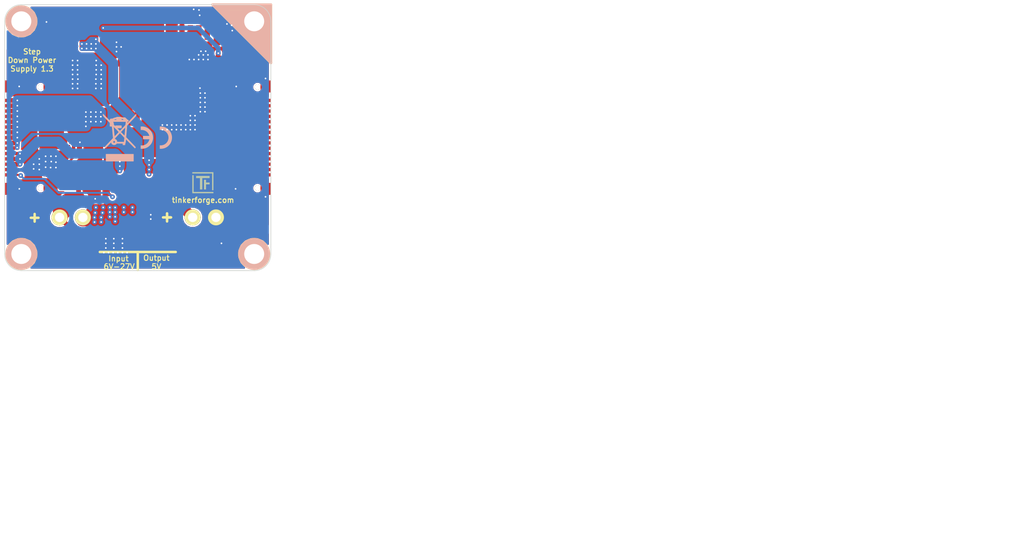
<source format=kicad_pcb>
(kicad_pcb (version 4) (host pcbnew 4.0.2+dfsg1-stable)
  (title_block (title "Step Down Powersupply") (rev 1.1) (company "Tinkerforge GmbH") (comment 1 "Licensed under CERN OHL v.1.1") (comment 2 "Copyright (©) 2011, B.Nordmeyer <bastian@tinkerforge.com>"))
  (layers (0 Vorderseite power) (31 Rückseite mixed hide) (34 B.Paste user) (35 F.Paste user) (36 B.SilkS user) (37 F.SilkS user) (38 B.Mask user) (39 F.Mask user) (44 Edge.Cuts user))
  (net 0 "")
  (net 1 +5V)
  (net 2 AGND)
  (net 3 CURRENT)
  (net 4 GND)
  (net 5 VOLTAGE)
  (net 6 VPP)
  (net 7 "Net-(C3-Pad1)")
  (net 8 "Net-(C4-Pad1)")
  (net 9 "Net-(C5-Pad1)")
  (net 10 "Net-(C5-Pad2)")
  (net 11 "Net-(C6-Pad1)")
  (net 12 "Net-(D2-Pad2)")
  (net 13 "Net-(D2-Pad1)")
  (net 14 "Net-(D5-Pad2)")
  (net 15 "Net-(P1-Pad2)")
  (net 16 "Net-(R5-Pad1)")
  (net 17 "Net-(R6-Pad2)")
  (net 18 "Net-(R7-Pad2)")
  (net 19 "Net-(D1-Pad2)")
  (module "" (layer Vorderseite) (at 158.825 108.8)
    (fp_text reference Ref** hide)
    (fp_text value Val** hide)
  )
  (module kicad-libraries:DRILL_NP (layer Vorderseite) (at 133.1214 121.10212)
    (fp_text reference U6 hide)
    (fp_text value DRILL hide)
    (pad "" np_thru_hole circle (at 0 0) (size 2.99974 2.99974) (drill 2.99974) (layers *.Cu *.Mask F.SilkS) (clearance 0.89916))
  )
  (module kicad-libraries:DRILL_NP (layer Vorderseite) (at 168.12006 121.10212 90)
    (fp_text reference U5 hide)
    (fp_text value DRILL hide)
    (pad "" np_thru_hole circle (at 0 0 90) (size 2.99974 2.99974) (drill 2.99974) (layers *.Cu *.Mask F.SilkS) (clearance 0.89916))
  )
  (module kicad-libraries:DRILL_NP (layer Vorderseite) (at 168.12006 86.10092)
    (fp_text reference U4 hide)
    (fp_text value DRILL hide)
    (pad "" np_thru_hole circle (at 0 0) (size 2.99974 2.99974) (drill 2.99974) (layers *.Cu *.Mask F.SilkS) (clearance 0.89916))
  )
  (module kicad-libraries:DRILL_NP (layer Vorderseite) (at 133.1214 86.10092 90)
    (fp_text reference U3 hide)
    (fp_text value DRILL hide)
    (pad "" np_thru_hole circle (at 0 0 90) (size 2.99974 2.99974) (drill 2.99974) (layers *.Cu *.Mask F.SilkS) (clearance 0.89916))
  )
  (module kicad-libraries:SO-8 (layer Vorderseite) (at 159.1691 90.65006)
    (fp_text reference U2)
    (fp_text value AOZ1212)
    (pad 1 smd rect (at -1.90246 2.86766 180) (size 0.79756 2.19964) (layers Vorderseite F.Paste F.Mask) (net 9 "Net-(C5-Pad1)"))
    (pad 2 smd rect (at -0.63246 2.86766 180) (size 0.79756 2.19964) (layers Vorderseite F.Paste F.Mask) (net 10 "Net-(C5-Pad2)"))
    (pad 3 smd rect (at 0.63246 2.86766 180) (size 0.79756 2.19964) (layers Vorderseite F.Paste F.Mask) (net 4 GND))
    (pad 4 smd rect (at 1.90246 2.86766 180) (size 0.79756 2.19964) (layers Vorderseite F.Paste F.Mask) (net 18 "Net-(R7-Pad2)"))
    (pad 5 smd rect (at 1.90246 -2.86766) (size 0.79756 2.19964) (layers Vorderseite F.Paste F.Mask) (net 17 "Net-(R6-Pad2)"))
    (pad 6 smd rect (at 0.63246 -2.86766) (size 0.79756 2.19964) (layers Vorderseite F.Paste F.Mask) (net 6 VPP))
    (pad 7 smd rect (at -0.63246 -2.86766) (size 0.79756 2.19964) (layers Vorderseite F.Paste F.Mask) (net 6 VPP))
    (pad 8 smd rect (at -1.90246 -2.86766) (size 0.79756 2.19964) (layers Vorderseite F.Paste F.Mask) (net 7 "Net-(C3-Pad1)"))
  )
  (module kicad-libraries:SOT23-5 (layer Vorderseite) (at 141.925 103.8)
    (fp_text reference U1)
    (fp_text value ZXCT1086)
    (pad 1 smd rect (at -0.94996 1.19888) (size 0.50038 0.8001) (layers Vorderseite F.Paste F.Mask) (net 16 "Net-(R5-Pad1)"))
    (pad 2 smd rect (at 0 1.19888) (size 0.50038 0.8001) (layers Vorderseite F.Paste F.Mask) (net 4 GND))
    (pad 3 smd rect (at 0.94996 1.19888) (size 0.50038 0.8001) (layers Vorderseite F.Paste F.Mask) (net 12 "Net-(D2-Pad2)"))
    (pad 5 smd rect (at -0.94996 -1.19888) (size 0.50038 0.8001) (layers Vorderseite F.Paste F.Mask) (net 6 VPP))
    (pad 4 smd rect (at 0.94996 -1.19888) (size 0.50038 0.8001) (layers Vorderseite F.Paste F.Mask) (net 6 VPP))
  )
  (module kicad-libraries:C0603E (layer Vorderseite) (at 160.725 95.5 180)
    (fp_text reference R8)
    (fp_text value 10k)
    (pad 1 smd rect (at -0.8501 0 180) (size 1.1 1) (layers Vorderseite F.Paste F.Mask) (net 18 "Net-(R7-Pad2)"))
    (pad 2 smd rect (at 0.8501 0 180) (size 1.1 1) (layers Vorderseite F.Paste F.Mask) (net 4 GND))
  )
  (module kicad-libraries:C0603E (layer Vorderseite) (at 162.7 92.7 270)
    (fp_text reference R7)
    (fp_text value 57.6k)
    (pad 1 smd rect (at -0.8501 0 270) (size 1.1 1) (layers Vorderseite F.Paste F.Mask) (net 11 "Net-(C6-Pad1)"))
    (pad 2 smd rect (at 0.8501 0 270) (size 1.1 1) (layers Vorderseite F.Paste F.Mask) (net 18 "Net-(R7-Pad2)"))
  )
  (module kicad-libraries:C0603E (layer Vorderseite) (at 162.52444 88.3031 90)
    (fp_text reference R6)
    (fp_text value 10k)
    (pad 1 smd rect (at -0.8501 0 90) (size 1.1 1) (layers Vorderseite F.Paste F.Mask) (net 8 "Net-(C4-Pad1)"))
    (pad 2 smd rect (at 0.8501 0 90) (size 1.1 1) (layers Vorderseite F.Paste F.Mask) (net 17 "Net-(R6-Pad2)"))
  )
  (module kicad-libraries:R0603E (layer Vorderseite) (at 139.325 110 270)
    (fp_text reference R5)
    (fp_text value 10k)
    (pad 1 smd rect (at -0.8501 0 270) (size 1.1 1) (layers Vorderseite F.Paste F.Mask) (net 16 "Net-(R5-Pad1)"))
    (pad 2 smd rect (at 0.8501 0 270) (size 1.1 1) (layers Vorderseite F.Paste F.Mask) (net 3 CURRENT))
  )
  (module kicad-libraries:R1206 (layer Vorderseite) (at 144.625 103.7 270)
    (fp_text reference R4)
    (fp_text value 0.01)
    (pad 1 smd rect (at -1.50114 0 270) (size 1.00076 1.6002) (layers Vorderseite F.Paste F.Mask) (net 6 VPP))
    (pad 2 smd rect (at 1.50114 0 270) (size 1.00076 1.6002) (layers Vorderseite F.Paste F.Mask) (net 12 "Net-(D2-Pad2)"))
  )
  (module kicad-libraries:R0603E (layer Vorderseite) (at 145.025 111.9 180)
    (fp_text reference R3)
    (fp_text value 1k)
    (pad 1 smd rect (at -0.8501 0 180) (size 1.1 1) (layers Vorderseite F.Paste F.Mask) (net 5 VOLTAGE))
    (pad 2 smd rect (at 0.8501 0 180) (size 1.1 1) (layers Vorderseite F.Paste F.Mask) (net 4 GND))
  )
  (module kicad-libraries:R0603E (layer Vorderseite) (at 145.025 110.4)
    (fp_text reference R2)
    (fp_text value 10k)
    (pad 1 smd rect (at -0.8501 0) (size 1.1 1) (layers Vorderseite F.Paste F.Mask) (net 13 "Net-(D2-Pad1)"))
    (pad 2 smd rect (at 0.8501 0) (size 1.1 1) (layers Vorderseite F.Paste F.Mask) (net 5 VOLTAGE))
  )
  (module kicad-libraries:R0603E (layer Vorderseite) (at 153.62174 119.00154 270)
    (fp_text reference R1)
    (fp_text value 100k)
    (pad 1 smd rect (at -0.8501 0 270) (size 1.1 1) (layers Vorderseite F.Paste F.Mask) (net 13 "Net-(D2-Pad1)"))
    (pad 2 smd rect (at 0.8501 0 270) (size 1.1 1) (layers Vorderseite F.Paste F.Mask) (net 19 "Net-(D1-Pad2)"))
  )
  (module kicad-libraries:SOIC-8-MOSFET (layer Vorderseite) (at 148.3233 116.8019)
    (fp_text reference Q1)
    (fp_text value FDS8449)
    (pad S smd rect (at -1.90246 2.69748 180) (size 0.59944 1.5494) (layers Vorderseite F.Paste F.Mask) (net 4 GND))
    (pad S smd rect (at -0.63246 2.69748 180) (size 0.59944 1.5494) (layers Vorderseite F.Paste F.Mask) (net 4 GND))
    (pad S smd rect (at 0.63246 2.69748 180) (size 0.59944 1.5494) (layers Vorderseite F.Paste F.Mask) (net 4 GND))
    (pad G smd rect (at 1.90246 2.69748 180) (size 0.59944 1.5494) (layers Vorderseite F.Paste F.Mask) (net 19 "Net-(D1-Pad2)"))
    (pad D smd rect (at 1.90246 -2.69748) (size 0.59944 1.5494) (layers Vorderseite F.Paste F.Mask) (net 15 "Net-(P1-Pad2)"))
    (pad D smd rect (at 0.63246 -2.69748) (size 0.59944 1.5494) (layers Vorderseite F.Paste F.Mask) (net 15 "Net-(P1-Pad2)"))
    (pad D smd rect (at -0.63246 -2.69748) (size 0.59944 1.5494) (layers Vorderseite F.Paste F.Mask) (net 15 "Net-(P1-Pad2)"))
    (pad D smd rect (at -1.90246 -2.69748) (size 0.59944 1.5494) (layers Vorderseite F.Paste F.Mask) (net 15 "Net-(P1-Pad2)"))
  )
  (module kicad-libraries:SRP7030 (layer Vorderseite) (at 152.72258 90.6018 90)
    (fp_text reference L1)
    (fp_text value 10µH)
    (pad 1 smd rect (at -3.0988 0 90) (size 2.49936 3.70078) (layers Vorderseite F.Paste F.Mask) (net 9 "Net-(C5-Pad1)"))
    (pad 2 smd rect (at 3.0988 0 90) (size 2.49936 3.70078) (layers Vorderseite F.Paste F.Mask) (net 11 "Net-(C6-Pad1)"))
  )
  (module kicad-libraries:BTB08-ACS-TOP (layer Vorderseite) (at 134.32028 103.60152 90)
    (fp_text reference J2)
    (fp_text value STACK-UP-HIGH)
    (pad 29 smd rect (at -5.59816 2.89814 270) (size 0.49784 1.4986) (layers Vorderseite F.Paste F.Mask) (net 3 CURRENT))
    (pad 27 smd rect (at -4.79806 2.89814 270) (size 0.49784 1.4986) (layers Vorderseite F.Paste F.Mask) (net 4 GND))
    (pad 25 smd rect (at -3.99796 2.89814 270) (size 0.49784 1.4986) (layers Vorderseite F.Paste F.Mask) (net 4 GND))
    (pad 23 smd rect (at -3.19786 2.89814 270) (size 0.49784 1.4986) (layers Vorderseite F.Paste F.Mask) (net 4 GND))
    (pad 21 smd rect (at -2.39776 2.89814 270) (size 0.49784 1.4986) (layers Vorderseite F.Paste F.Mask) (net 4 GND))
    (pad 19 smd rect (at -1.59766 2.89814 270) (size 0.49784 1.4986) (layers Vorderseite F.Paste F.Mask) (net 2 AGND))
    (pad 17 smd rect (at -0.79756 2.89814 270) (size 0.49784 1.4986) (layers Vorderseite F.Paste F.Mask) (net 2 AGND))
    (pad 15 smd rect (at 0 2.89814 270) (size 0.49784 1.4986) (layers Vorderseite F.Paste F.Mask) (net 2 AGND))
    (pad 13 smd rect (at 0.79756 2.89814 270) (size 0.49784 1.4986) (layers Vorderseite F.Paste F.Mask) (net 2 AGND))
    (pad 11 smd rect (at 1.59766 2.89814 270) (size 0.49784 1.4986) (layers Vorderseite F.Paste F.Mask) (net 2 AGND))
    (pad 9 smd rect (at 2.39776 2.89814 270) (size 0.49784 1.4986) (layers Vorderseite F.Paste F.Mask) (net 2 AGND))
    (pad 7 smd rect (at 3.19786 2.89814 270) (size 0.49784 1.4986) (layers Vorderseite F.Paste F.Mask) (net 2 AGND))
    (pad 5 smd rect (at 3.99796 2.89814 270) (size 0.49784 1.4986) (layers Vorderseite F.Paste F.Mask) (net 2 AGND))
    (pad 3 smd rect (at 4.79806 2.89814 270) (size 0.49784 1.4986) (layers Vorderseite F.Paste F.Mask) (net 2 AGND))
    (pad 1 smd rect (at 5.59816 2.89814 270) (size 0.49784 1.4986) (layers Vorderseite F.Paste F.Mask) (net 2 AGND))
    (pad 2 smd rect (at 5.59816 -2.89814 90) (size 0.49784 1.4986) (layers Vorderseite F.Paste F.Mask) (net 6 VPP))
    (pad 4 smd rect (at 4.79806 -2.89814 90) (size 0.49784 1.4986) (layers Vorderseite F.Paste F.Mask) (net 6 VPP))
    (pad 6 smd rect (at 3.99796 -2.89814 90) (size 0.49784 1.4986) (layers Vorderseite F.Paste F.Mask) (net 6 VPP))
    (pad 8 smd rect (at 3.19786 -2.89814 90) (size 0.49784 1.4986) (layers Vorderseite F.Paste F.Mask) (net 6 VPP))
    (pad 10 smd rect (at 2.39776 -2.89814 90) (size 0.49784 1.4986) (layers Vorderseite F.Paste F.Mask) (net 6 VPP))
    (pad 12 smd rect (at 1.59766 -2.89814 90) (size 0.49784 1.4986) (layers Vorderseite F.Paste F.Mask) (net 6 VPP))
    (pad 14 smd rect (at 0.79756 -2.89814 90) (size 0.49784 1.4986) (layers Vorderseite F.Paste F.Mask) (net 6 VPP))
    (pad 16 smd rect (at 0 -2.89814 90) (size 0.49784 1.4986) (layers Vorderseite F.Paste F.Mask) (net 6 VPP))
    (pad 18 smd rect (at -0.79756 -2.89814 90) (size 0.49784 1.4986) (layers Vorderseite F.Paste F.Mask) (net 6 VPP))
    (pad 20 smd rect (at -1.59766 -2.89814 90) (size 0.49784 1.4986) (layers Vorderseite F.Paste F.Mask) (net 6 VPP))
    (pad 22 smd rect (at -2.39776 -2.89814 90) (size 0.49784 1.4986) (layers Vorderseite F.Paste F.Mask) (net 1 +5V))
    (pad 24 smd rect (at -3.19786 -2.89814 90) (size 0.49784 1.4986) (layers Vorderseite F.Paste F.Mask) (net 1 +5V))
    (pad 26 smd rect (at -3.99796 -2.89814 90) (size 0.49784 1.4986) (layers Vorderseite F.Paste F.Mask) (net 1 +5V))
    (pad 28 smd rect (at -4.79806 -2.89814 90) (size 0.49784 1.4986) (layers Vorderseite F.Paste F.Mask))
    (pad 30 smd rect (at -5.59816 -2.89814 90) (size 0.49784 1.4986) (layers Vorderseite F.Paste F.Mask) (net 5 VOLTAGE))
    (pad EP smd rect (at 7.69874 -2.90068 90) (size 1.80086 1.50114) (layers Vorderseite F.Paste F.Mask) (net 4 GND))
    (pad EP smd rect (at 7.69874 2.90068 90) (size 1.80086 1.50114) (layers Vorderseite F.Paste F.Mask) (net 4 GND))
    (pad EP smd rect (at -7.69874 2.90068 90) (size 1.80086 1.50114) (layers Vorderseite F.Paste F.Mask) (net 4 GND))
    (pad EP smd rect (at -7.69874 -2.90068 90) (size 1.80086 1.50114) (layers Vorderseite F.Paste F.Mask) (net 4 GND))
    (pad EP smd rect (at 7.69874 0 90) (size 1.80086 1.99898) (layers Vorderseite F.Paste F.Mask) (net 4 GND))
    (pad EP smd rect (at -7.69874 0 90) (size 1.80086 1.99898) (layers Vorderseite F.Paste F.Mask) (net 4 GND))
    (pad "" thru_hole circle (at 7.59968 1.69926 90) (size 0.8001 0.8001) (drill 0.8001) (layers *.Cu *.Mask F.SilkS))
    (pad "" thru_hole circle (at -7.59968 1.69926 90) (size 0.8001 0.8001) (drill 0.8001) (layers *.Cu *.Mask F.SilkS))
  )
  (module kicad-libraries:BTB08-ACS-TOP (layer Vorderseite) (at 166.92118 103.60152 90)
    (fp_text reference J1)
    (fp_text value STACK-UP-HIGH)
    (pad 29 smd rect (at -5.59816 2.89814 270) (size 0.49784 1.4986) (layers Vorderseite F.Paste F.Mask))
    (pad 27 smd rect (at -4.79806 2.89814 270) (size 0.49784 1.4986) (layers Vorderseite F.Paste F.Mask))
    (pad 25 smd rect (at -3.99796 2.89814 270) (size 0.49784 1.4986) (layers Vorderseite F.Paste F.Mask))
    (pad 23 smd rect (at -3.19786 2.89814 270) (size 0.49784 1.4986) (layers Vorderseite F.Paste F.Mask))
    (pad 21 smd rect (at -2.39776 2.89814 270) (size 0.49784 1.4986) (layers Vorderseite F.Paste F.Mask))
    (pad 19 smd rect (at -1.59766 2.89814 270) (size 0.49784 1.4986) (layers Vorderseite F.Paste F.Mask))
    (pad 17 smd rect (at -0.79756 2.89814 270) (size 0.49784 1.4986) (layers Vorderseite F.Paste F.Mask))
    (pad 15 smd rect (at 0 2.89814 270) (size 0.49784 1.4986) (layers Vorderseite F.Paste F.Mask))
    (pad 13 smd rect (at 0.79756 2.89814 270) (size 0.49784 1.4986) (layers Vorderseite F.Paste F.Mask))
    (pad 11 smd rect (at 1.59766 2.89814 270) (size 0.49784 1.4986) (layers Vorderseite F.Paste F.Mask))
    (pad 9 smd rect (at 2.39776 2.89814 270) (size 0.49784 1.4986) (layers Vorderseite F.Paste F.Mask))
    (pad 7 smd rect (at 3.19786 2.89814 270) (size 0.49784 1.4986) (layers Vorderseite F.Paste F.Mask))
    (pad 5 smd rect (at 3.99796 2.89814 270) (size 0.49784 1.4986) (layers Vorderseite F.Paste F.Mask))
    (pad 3 smd rect (at 4.79806 2.89814 270) (size 0.49784 1.4986) (layers Vorderseite F.Paste F.Mask))
    (pad 1 smd rect (at 5.59816 2.89814 270) (size 0.49784 1.4986) (layers Vorderseite F.Paste F.Mask))
    (pad 2 smd rect (at 5.59816 -2.89814 90) (size 0.49784 1.4986) (layers Vorderseite F.Paste F.Mask))
    (pad 4 smd rect (at 4.79806 -2.89814 90) (size 0.49784 1.4986) (layers Vorderseite F.Paste F.Mask))
    (pad 6 smd rect (at 3.99796 -2.89814 90) (size 0.49784 1.4986) (layers Vorderseite F.Paste F.Mask))
    (pad 8 smd rect (at 3.19786 -2.89814 90) (size 0.49784 1.4986) (layers Vorderseite F.Paste F.Mask))
    (pad 10 smd rect (at 2.39776 -2.89814 90) (size 0.49784 1.4986) (layers Vorderseite F.Paste F.Mask))
    (pad 12 smd rect (at 1.59766 -2.89814 90) (size 0.49784 1.4986) (layers Vorderseite F.Paste F.Mask))
    (pad 14 smd rect (at 0.79756 -2.89814 90) (size 0.49784 1.4986) (layers Vorderseite F.Paste F.Mask))
    (pad 16 smd rect (at 0 -2.89814 90) (size 0.49784 1.4986) (layers Vorderseite F.Paste F.Mask))
    (pad 18 smd rect (at -0.79756 -2.89814 90) (size 0.49784 1.4986) (layers Vorderseite F.Paste F.Mask))
    (pad 20 smd rect (at -1.59766 -2.89814 90) (size 0.49784 1.4986) (layers Vorderseite F.Paste F.Mask))
    (pad 22 smd rect (at -2.39776 -2.89814 90) (size 0.49784 1.4986) (layers Vorderseite F.Paste F.Mask))
    (pad 24 smd rect (at -3.19786 -2.89814 90) (size 0.49784 1.4986) (layers Vorderseite F.Paste F.Mask))
    (pad 26 smd rect (at -3.99796 -2.89814 90) (size 0.49784 1.4986) (layers Vorderseite F.Paste F.Mask))
    (pad 28 smd rect (at -4.79806 -2.89814 90) (size 0.49784 1.4986) (layers Vorderseite F.Paste F.Mask))
    (pad 30 smd rect (at -5.59816 -2.89814 90) (size 0.49784 1.4986) (layers Vorderseite F.Paste F.Mask))
    (pad EP smd rect (at 7.69874 -2.90068 90) (size 1.80086 1.50114) (layers Vorderseite F.Paste F.Mask) (net 4 GND))
    (pad EP smd rect (at 7.69874 2.90068 90) (size 1.80086 1.50114) (layers Vorderseite F.Paste F.Mask) (net 4 GND))
    (pad EP smd rect (at -7.69874 2.90068 90) (size 1.80086 1.50114) (layers Vorderseite F.Paste F.Mask) (net 4 GND))
    (pad EP smd rect (at -7.69874 -2.90068 90) (size 1.80086 1.50114) (layers Vorderseite F.Paste F.Mask) (net 4 GND))
    (pad EP smd rect (at 7.69874 0 90) (size 1.80086 1.99898) (layers Vorderseite F.Paste F.Mask) (net 4 GND))
    (pad EP smd rect (at -7.69874 0 90) (size 1.80086 1.99898) (layers Vorderseite F.Paste F.Mask) (net 4 GND))
    (pad "" thru_hole circle (at 7.59968 1.69926 90) (size 0.8001 0.8001) (drill 0.8001) (layers *.Cu *.Mask F.SilkS))
    (pad "" thru_hole circle (at -7.59968 1.69926 90) (size 0.8001 0.8001) (drill 0.8001) (layers *.Cu *.Mask F.SilkS))
  )
  (module kicad-libraries:R1206 (layer Vorderseite) (at 139.225 105.6 90)
    (fp_text reference FB1)
    (fp_text value FB)
    (pad 1 smd rect (at -1.50114 0 90) (size 1.00076 1.6002) (layers Vorderseite F.Paste F.Mask) (net 4 GND))
    (pad 2 smd rect (at 1.50114 0 90) (size 1.00076 1.6002) (layers Vorderseite F.Paste F.Mask) (net 2 AGND))
  )
  (module kicad-libraries:SOD-128 (layer Vorderseite) (at 155.525 107.9 180)
    (fp_text reference D5)
    (fp_text value PMEG4050BEP)
    (pad 2 smd rect (at -2.19964 0 180) (size 1.39954 2.19964) (layers Vorderseite F.Paste F.Mask) (net 14 "Net-(D5-Pad2)"))
    (pad 1 smd rect (at 2.19964 0 180) (size 1.39954 2.19964) (layers Vorderseite F.Paste F.Mask) (net 11 "Net-(C6-Pad1)"))
  )
  (module kicad-libraries:SOD-128 (layer Vorderseite) (at 149.125 107.9)
    (fp_text reference D4)
    (fp_text value PMEG4050BEP)
    (pad 2 smd rect (at -2.19964 0) (size 1.39954 2.19964) (layers Vorderseite F.Paste F.Mask) (net 1 +5V))
    (pad 1 smd rect (at 2.19964 0) (size 1.39954 2.19964) (layers Vorderseite F.Paste F.Mask) (net 11 "Net-(C6-Pad1)"))
  )
  (module kicad-libraries:SOD-128 (layer Vorderseite) (at 160.02254 97.60204)
    (fp_text reference D3)
    (fp_text value PMEG4050BEP)
    (pad 2 smd rect (at -2.19964 0) (size 1.39954 2.19964) (layers Vorderseite F.Paste F.Mask) (net 9 "Net-(C5-Pad1)"))
    (pad 1 smd rect (at 2.19964 0) (size 1.39954 2.19964) (layers Vorderseite F.Paste F.Mask) (net 4 GND))
  )
  (module kicad-libraries:SOD-128 (layer Vorderseite) (at 141.825 110.8 270)
    (fp_text reference D2)
    (fp_text value PMEG4050BEP)
    (pad 2 smd rect (at -2.19964 0 270) (size 1.39954 2.19964) (layers Vorderseite F.Paste F.Mask) (net 12 "Net-(D2-Pad2)"))
    (pad 1 smd rect (at 2.19964 0 270) (size 1.39954 2.19964) (layers Vorderseite F.Paste F.Mask) (net 13 "Net-(D2-Pad1)"))
  )
  (module kicad-libraries:SOD-123 (layer Vorderseite) (at 152.02154 117.70106 270)
    (fp_text reference D1)
    (fp_text value Z12V)
    (pad 1 smd rect (at -1.84912 0 270) (size 1.19888 0.70104) (layers Vorderseite F.Paste F.Mask) (net 4 GND) (clearance 0.14986))
    (pad 2 smd rect (at 1.84912 0 270) (size 1.19888 0.70104) (layers Vorderseite F.Paste F.Mask) (net 19 "Net-(D1-Pad2)") (clearance 0.14986))
  )
  (module kicad-libraries:ELKO_83 (layer Vorderseite) (at 142.92326 90.6018 90)
    (fp_text reference C7)
    (fp_text value 470µF/16V)
    (pad 2 smd rect (at -3.50012 0 90) (size 4.0005 1.99898) (layers Vorderseite F.Paste F.Mask) (net 4 GND))
    (pad 1 smd rect (at 3.50012 0 90) (size 4.0005 1.99898) (layers Vorderseite F.Paste F.Mask) (net 11 "Net-(C6-Pad1)"))
  )
  (module kicad-libraries:C0603E (layer Vorderseite) (at 148.12264 88.40216 270)
    (fp_text reference C6)
    (fp_text value 100nF)
    (pad 1 smd rect (at -0.8501 0 270) (size 1.1 1) (layers Vorderseite F.Paste F.Mask) (net 11 "Net-(C6-Pad1)"))
    (pad 2 smd rect (at 0.8501 0 270) (size 1.1 1) (layers Vorderseite F.Paste F.Mask) (net 4 GND))
  )
  (module kicad-libraries:C0603E (layer Vorderseite) (at 157.525 95.5)
    (fp_text reference C5)
    (fp_text value 100nF)
    (pad 1 smd rect (at -0.8501 0) (size 1.1 1) (layers Vorderseite F.Paste F.Mask) (net 9 "Net-(C5-Pad1)"))
    (pad 2 smd rect (at 0.8501 0) (size 1.1 1) (layers Vorderseite F.Paste F.Mask) (net 10 "Net-(C5-Pad2)"))
  )
  (module kicad-libraries:C0603E (layer Vorderseite) (at 164 88.3 90)
    (fp_text reference C4)
    (fp_text value 1nF)
    (pad 1 smd rect (at -0.8501 0 90) (size 1.1 1) (layers Vorderseite F.Paste F.Mask) (net 8 "Net-(C4-Pad1)"))
    (pad 2 smd rect (at 0.8501 0 90) (size 1.1 1) (layers Vorderseite F.Paste F.Mask) (net 4 GND))
  )
  (module kicad-libraries:C0603E (layer Vorderseite) (at 158.125 85.2)
    (fp_text reference C3)
    (fp_text value 1µF/10V)
    (pad 1 smd rect (at -0.8501 0) (size 1.1 1) (layers Vorderseite F.Paste F.Mask) (net 7 "Net-(C3-Pad1)"))
    (pad 2 smd rect (at 0.8501 0) (size 1.1 1) (layers Vorderseite F.Paste F.Mask) (net 4 GND))
  )
  (module kicad-libraries:C0603E (layer Vorderseite) (at 148.12264 91.5035 90)
    (fp_text reference C2)
    (fp_text value 100nF)
    (pad 1 smd rect (at -0.8501 0 90) (size 1.1 1) (layers Vorderseite F.Paste F.Mask) (net 6 VPP))
    (pad 2 smd rect (at 0.8501 0 90) (size 1.1 1) (layers Vorderseite F.Paste F.Mask) (net 4 GND))
  )
  (module kicad-libraries:ELKO_83 (layer Vorderseite) (at 152.425 100.8 180)
    (fp_text reference C1)
    (fp_text value 220µF/35V)
    (pad 2 smd rect (at -3.50012 0 180) (size 4.0005 1.99898) (layers Vorderseite F.Paste F.Mask) (net 4 GND))
    (pad 1 smd rect (at 3.50012 0 180) (size 4.0005 1.99898) (layers Vorderseite F.Paste F.Mask) (net 6 VPP))
  )
  (module kicad-libraries:Fiducial_Mark (layer Vorderseite) (at 169.12336 117.3988)
    (fp_text reference Fiducial_Mark hide)
    (fp_text value VAL** hide)
    (pad 1 smd circle (at 0 0) (size 1.00076 1.00076) (layers Vorderseite F.Paste F.Mask) (clearance 0.65024))
  )
  (module kicad-libraries:Fiducial_Mark (layer Vorderseite) (at 132.02412 89.5985)
    (fp_text reference Fiducial_Mark hide)
    (fp_text value VAL** hide)
    (pad 1 smd circle (at 0 0) (size 1.00076 1.00076) (layers Vorderseite F.Paste F.Mask) (clearance 0.65024))
  )
  (module kicad-libraries:WEEE_7mm (layer Rückseite) (at 147.9 103.6 180)
    (fp_text reference VAL hide)
    (fp_text value WEEE_7mm hide)
  )
  (module kicad-libraries:CE_5mm (layer Rückseite) (at 153.375 103.6 180)
    (fp_text reference VAL hide)
    (fp_text value CE_5mm hide)
  )
  (module kicad-libraries:OQ_2P (layer Vorderseite) (at 140.62202 115.60302)
    (fp_text reference P1)
    (fp_text value Black)
    (pad 1 thru_hole circle (at -1.75006 0) (size 2.4003 2.4003) (drill 1.39954) (layers *.Cu *.Mask F.SilkS) (net 13 "Net-(D2-Pad1)"))
    (pad 2 thru_hole circle (at 1.75006 0) (size 2.4003 2.4003) (drill 1.39954) (layers *.Cu *.Mask F.SilkS) (net 15 "Net-(P1-Pad2)"))
  )
  (module kicad-libraries:OQ_2P (layer Vorderseite) (at 160.62452 115.59794)
    (fp_text reference P2)
    (fp_text value Green)
    (pad 1 thru_hole circle (at -1.75006 0) (size 2.4003 2.4003) (drill 1.39954) (layers *.Cu *.Mask F.SilkS) (net 14 "Net-(D5-Pad2)"))
    (pad 2 thru_hole circle (at 1.75006 0) (size 2.4003 2.4003) (drill 1.39954) (layers *.Cu *.Mask F.SilkS) (net 4 GND))
  )
  (gr_line (start 155.02382 115.59794) (end 155.62326 115.59794) (angle 90) (layer F.SilkS) (width 0.381))
  (gr_line (start 155.02382 114.9985) (end 155.02382 116.19992) (angle 90) (layer F.SilkS) (width 0.381))
  (gr_line (start 155.5242 115.59794) (end 154.42438 115.59794) (angle 90) (layer F.SilkS) (width 0.381))
  (gr_line (start 150.62454 120.79986) (end 150.62454 123.49988) (angle 90) (layer F.SilkS) (width 0.381))
  (gr_line (start 151.6253 120.79986) (end 144.92478 120.79986) (angle 90) (layer F.SilkS) (width 0.381))
  (gr_line (start 151.6253 120.79986) (end 156.3243 120.79986) (angle 90) (layer F.SilkS) (width 0.381))
  (gr_text 5V (at 153.42362 122.9995) (layer F.SilkS) (effects (font (size 0.8001 0.8001) (thickness 0.14986))))
  (gr_text Output (at 153.42362 121.69902) (layer F.SilkS) (effects (font (size 0.8001 0.8001) (thickness 0.14986))))
  (gr_text " Input" (at 147.42414 121.79808) (layer F.SilkS) (effects (font (size 0.8001 0.8001) (thickness 0.14986))))
  (gr_line (start 168.82364 89.40292) (end 168.82364 89.30132) (angle 90) (layer B.SilkS) (width 0.381))
  (gr_line (start 168.9735 89.55278) (end 168.82364 89.40292) (angle 90) (layer B.SilkS) (width 0.381))
  (gr_line (start 168.87444 89.34958) (end 168.87444 89.40292) (angle 90) (layer F.SilkS) (width 0.381))
  (gr_line (start 169.07256 89.15146) (end 168.87444 89.34958) (angle 90) (layer F.SilkS) (width 0.381))
  (gr_line (start 169.42308 90.35288) (end 169.62374 90.55354) (angle 90) (layer F.SilkS) (width 0.381))
  (gr_line (start 166.02456 85.65388) (end 166.02456 85.75294) (angle 90) (layer F.SilkS) (width 0.381))
  (gr_line (start 165.92296 85.55228) (end 166.02456 85.65388) (angle 90) (layer F.SilkS) (width 0.381))
  (gr_line (start 164.67074 85.35162) (end 165.52418 85.35162) (angle 90) (layer F.SilkS) (width 0.381))
  (gr_line (start 164.1729 84.85378) (end 164.67074 85.35162) (angle 90) (layer F.SilkS) (width 0.381))
  (gr_line (start 163.87318 84.85378) (end 164.1729 84.85378) (angle 90) (layer F.SilkS) (width 0.381))
  (gr_line (start 163.3728 84.3534) (end 163.87318 84.85378) (angle 90) (layer F.SilkS) (width 0.381))
  (gr_line (start 165.52418 85.45322) (end 165.52418 85.40242) (angle 90) (layer B.SilkS) (width 0.381))
  (gr_line (start 164.973 85.45322) (end 165.52418 85.45322) (angle 90) (layer B.SilkS) (width 0.381))
  (gr_line (start 164.62248 85.1027) (end 164.973 85.45322) (angle 90) (layer B.SilkS) (width 0.381))
  (gr_line (start 164.1729 84.65312) (end 164.62248 85.1027) (angle 90) (layer B.SilkS) (width 0.381))
  (gr_line (start 163.67506 84.65312) (end 164.1729 84.65312) (angle 90) (layer B.SilkS) (width 0.381))
  (gr_line (start 163.27374 84.2518) (end 163.67506 84.65312) (angle 90) (layer B.SilkS) (width 0.381))
  (gr_line (start 167.77462 86.7537) (end 167.82288 86.7537) (angle 90) (layer B.SilkS) (width 0.381))
  (gr_line (start 167.77462 87.15248) (end 167.77462 86.7537) (angle 90) (layer B.SilkS) (width 0.381))
  (gr_line (start 167.22344 86.6013) (end 167.77462 87.15248) (angle 90) (layer B.SilkS) (width 0.381))
  (gr_line (start 168.02354 86.6013) (end 167.22344 86.6013) (angle 90) (layer B.SilkS) (width 0.381))
  (gr_line (start 168.02354 87.65286) (end 168.02354 86.6013) (angle 90) (layer B.SilkS) (width 0.381))
  (gr_line (start 166.624 86.25332) (end 168.02354 87.65286) (angle 90) (layer B.SilkS) (width 0.381))
  (gr_line (start 168.275 86.25332) (end 166.624 86.25332) (angle 90) (layer B.SilkS) (width 0.381))
  (gr_line (start 168.275 88.15324) (end 168.275 86.25332) (angle 90) (layer B.SilkS) (width 0.381))
  (gr_line (start 166.02456 85.9028) (end 168.275 88.15324) (angle 90) (layer B.SilkS) (width 0.381))
  (gr_line (start 168.57472 85.9028) (end 166.02456 85.9028) (angle 90) (layer B.SilkS) (width 0.381))
  (gr_line (start 168.57472 88.65362) (end 168.57472 85.9028) (angle 90) (layer B.SilkS) (width 0.381))
  (gr_line (start 165.47338 85.55228) (end 168.57472 88.65362) (angle 90) (layer B.SilkS) (width 0.381))
  (gr_line (start 168.82364 85.55228) (end 165.47338 85.55228) (angle 90) (layer B.SilkS) (width 0.381))
  (gr_line (start 168.82364 89.20226) (end 168.82364 85.55228) (angle 90) (layer B.SilkS) (width 0.381))
  (gr_line (start 164.82314 85.20176) (end 168.82364 89.20226) (angle 90) (layer B.SilkS) (width 0.381))
  (gr_line (start 169.12336 85.20176) (end 164.82314 85.20176) (angle 90) (layer B.SilkS) (width 0.381))
  (gr_line (start 169.12336 89.8525) (end 169.12336 85.20176) (angle 90) (layer B.SilkS) (width 0.381))
  (gr_line (start 164.1729 84.90204) (end 169.12336 89.8525) (angle 90) (layer B.SilkS) (width 0.381))
  (gr_line (start 169.42308 84.90204) (end 164.1729 84.90204) (angle 90) (layer B.SilkS) (width 0.381))
  (gr_line (start 169.42308 90.40114) (end 169.42308 84.90204) (angle 90) (layer B.SilkS) (width 0.381))
  (gr_line (start 163.62426 84.60232) (end 169.42308 90.40114) (angle 90) (layer B.SilkS) (width 0.381))
  (gr_line (start 169.7228 84.60232) (end 163.62426 84.60232) (angle 90) (layer B.SilkS) (width 0.381))
  (gr_line (start 169.7228 90.95232) (end 169.7228 84.60232) (angle 90) (layer B.SilkS) (width 0.381))
  (gr_line (start 163.02228 84.2518) (end 169.7228 90.95232) (angle 90) (layer B.SilkS) (width 0.381))
  (gr_line (start 170.02252 84.2518) (end 163.02228 84.2518) (angle 90) (layer B.SilkS) (width 0.381))
  (gr_line (start 170.02252 91.55176) (end 170.02252 84.2518) (angle 90) (layer B.SilkS) (width 0.381))
  (gr_line (start 162.42284 83.95208) (end 170.02252 91.55176) (angle 90) (layer B.SilkS) (width 0.381))
  (gr_line (start 170.37304 83.95208) (end 162.42284 83.95208) (angle 90) (layer B.SilkS) (width 0.381))
  (gr_line (start 170.37304 91.70162) (end 170.37304 83.95208) (angle 90) (layer B.SilkS) (width 0.381))
  (gr_line (start 161.8742 83.60156) (end 170.6245 92.35186) (angle 90) (layer B.SilkS) (width 0.381))
  (gr_line (start 170.6245 83.60156) (end 161.8742 83.60156) (angle 90) (layer B.SilkS) (width 0.381))
  (gr_line (start 170.6245 92.35186) (end 170.6245 83.60156) (angle 90) (layer B.SilkS) (width 0.381))
  (gr_line (start 167.72382 86.85276) (end 167.82288 86.85276) (angle 90) (layer F.SilkS) (width 0.381))
  (gr_line (start 167.3225 86.45144) (end 167.72382 86.85276) (angle 90) (layer F.SilkS) (width 0.381))
  (gr_line (start 168.02354 86.45144) (end 167.3225 86.45144) (angle 90) (layer F.SilkS) (width 0.381))
  (gr_line (start 168.02354 87.4522) (end 168.02354 86.45144) (angle 90) (layer F.SilkS) (width 0.381))
  (gr_line (start 166.72306 86.15172) (end 168.02354 87.4522) (angle 90) (layer F.SilkS) (width 0.381))
  (gr_line (start 168.275 86.15172) (end 166.72306 86.15172) (angle 90) (layer F.SilkS) (width 0.381))
  (gr_line (start 168.275 88.00338) (end 168.275 86.15172) (angle 90) (layer F.SilkS) (width 0.381))
  (gr_line (start 166.12362 85.852) (end 168.275 88.00338) (angle 90) (layer F.SilkS) (width 0.381))
  (gr_line (start 168.57472 85.852) (end 166.12362 85.852) (angle 90) (layer F.SilkS) (width 0.381))
  (gr_line (start 168.57472 88.55202) (end 168.57472 85.852) (angle 90) (layer F.SilkS) (width 0.381))
  (gr_line (start 165.52418 85.50148) (end 168.57472 88.55202) (angle 90) (layer F.SilkS) (width 0.381))
  (gr_line (start 168.8719 85.50148) (end 165.52418 85.50148) (angle 90) (layer F.SilkS) (width 0.381))
  (gr_line (start 168.8719 89.1032) (end 168.8719 85.50148) (angle 90) (layer F.SilkS) (width 0.381))
  (gr_line (start 164.9222 85.1535) (end 168.8719 89.1032) (angle 90) (layer F.SilkS) (width 0.381))
  (gr_line (start 169.17416 85.1535) (end 164.9222 85.1535) (angle 90) (layer F.SilkS) (width 0.381))
  (gr_line (start 169.17416 89.75344) (end 169.17416 85.1535) (angle 90) (layer F.SilkS) (width 0.381))
  (gr_line (start 164.32276 84.90204) (end 169.17416 89.75344) (angle 90) (layer F.SilkS) (width 0.381))
  (gr_line (start 169.37482 84.90204) (end 164.32276 84.90204) (angle 90) (layer F.SilkS) (width 0.381))
  (gr_line (start 169.37482 90.35288) (end 169.37482 84.90204) (angle 90) (layer F.SilkS) (width 0.381))
  (gr_line (start 163.62426 84.60232) (end 169.37482 90.35288) (angle 90) (layer F.SilkS) (width 0.381))
  (gr_line (start 169.7228 84.60232) (end 163.62426 84.60232) (angle 90) (layer F.SilkS) (width 0.381))
  (gr_line (start 169.7228 90.95232) (end 169.7228 84.60232) (angle 90) (layer F.SilkS) (width 0.381))
  (gr_line (start 163.02228 84.2518) (end 169.7228 90.95232) (angle 90) (layer F.SilkS) (width 0.381))
  (gr_line (start 170.02252 84.2518) (end 163.02228 84.2518) (angle 90) (layer F.SilkS) (width 0.381))
  (gr_line (start 170.02252 91.55176) (end 170.02252 84.2518) (angle 90) (layer F.SilkS) (width 0.381))
  (gr_line (start 162.42284 83.95208) (end 170.02252 91.55176) (angle 90) (layer F.SilkS) (width 0.381))
  (gr_line (start 170.37304 83.95208) (end 162.42284 83.95208) (angle 90) (layer F.SilkS) (width 0.381))
  (gr_line (start 170.37304 91.75242) (end 170.37304 83.95208) (angle 90) (layer F.SilkS) (width 0.381))
  (gr_line (start 170.6245 83.60156) (end 170.6245 92.35186) (angle 90) (layer F.SilkS) (width 0.381))
  (gr_line (start 161.8742 83.60156) (end 170.6245 83.60156) (angle 90) (layer F.SilkS) (width 0.381))
  (gr_line (start 170.6245 92.35186) (end 161.8742 83.60156) (angle 90) (layer F.SilkS) (width 0.381))
  (gr_text + (at 135.12292 115.55222) (layer F.SilkS) (effects (font (size 1.50114 1.50114) (thickness 0.37592))))
  (gr_line (start 170.62196 86.10092) (end 170.62196 121.10212) (angle 90) (layer Edge.Cuts) (width 0.09906))
  (gr_line (start 133.1214 83.60156) (end 168.12006 83.60156) (angle 90) (layer Edge.Cuts) (width 0.09906))
  (gr_line (start 130.62204 121.10212) (end 130.62204 86.10092) (angle 90) (layer Edge.Cuts) (width 0.09906))
  (gr_line (start 168.12006 123.60148) (end 133.1214 123.60148) (angle 90) (layer Edge.Cuts) (width 0.09906))
  (gr_arc (start 133.1214 86.10092) (end 130.62204 86.10092) (angle 90) (layer Edge.Cuts) (width 0.09906))
  (gr_arc (start 168.12006 86.10092) (end 168.12006 83.60156) (angle 90) (layer Edge.Cuts) (width 0.09906))
  (gr_arc (start 168.12006 121.10212) (end 170.62196 121.10212) (angle 90) (layer Edge.Cuts) (width 0.09906))
  (gr_arc (start 133.1214 121.10212) (end 133.1214 123.60148) (angle 90) (layer Edge.Cuts) (width 0.09906))
  (gr_text tinkerforge.com (at 160.425 113) (layer F.SilkS) (effects (font (size 0.8001 0.8001) (thickness 0.14986))))
  (gr_text 6V-27V (at 147.82546 122.9995) (layer F.SilkS) (effects (font (size 0.8001 0.8001) (thickness 0.14986))))
  (gr_text "Step\nDown Power\nSupply 1.3" (at 134.725 91.95) (layer F.SilkS) (effects (font (size 0.8001 0.8001) (thickness 0.14986))))
  (segment (start 147.925 108.6) (end 147.62536 108.6) (width 0.70104) (layer Vorderseite) (net 1))
  (segment (start 147.62536 108.6) (end 146.92536 107.9) (width 0.70104) (layer Vorderseite) (net 1))
  (segment (start 147.925 108.6) (end 147.925 107.9) (width 0.70104) (layer Vorderseite) (net 1))
  (via (at 147.925 108.6) (size 0.70104) (drill 0.24892) (layers Vorderseite Rückseite) (net 1))
  (segment (start 147.925 107.9) (end 147.925 108.6) (width 0.70104) (layer Rückseite) (net 1))
  (segment (start 147.925 107.9) (end 147.925 107.2) (width 0.70104) (layer Vorderseite) (net 1))
  (segment (start 147.225 106) (end 147.925 106.7) (width 1.50114) (layer Rückseite) (net 1))
  (segment (start 147.925 107.2) (end 147.925 107.9) (width 1.50114) (layer Rückseite) (net 1))
  (segment (start 147.925 106.7) (end 147.925 107.2) (width 1.50114) (layer Rückseite) (net 1))
  (via (at 147.925 107.9) (size 0.70104) (drill 0.24892) (layers Vorderseite Rückseite) (net 1))
  (segment (start 132.92074 106.80192) (end 132.99808 106.80192) (width 1.50114) (layer Rückseite) (net 1))
  (segment (start 132.99808 106.80192) (end 135.6 104.2) (width 1.50114) (layer Rückseite) (net 1))
  (segment (start 135.6 104.2) (end 138.7 104.2) (width 1.50114) (layer Rückseite) (net 1))
  (segment (start 138.7 104.2) (end 140.5 106) (width 1.50114) (layer Rückseite) (net 1))
  (segment (start 140.5 106) (end 147.225 106) (width 1.50114) (layer Rückseite) (net 1))
  (via (at 147.925 107.2) (size 0.70104) (drill 0.24892) (layers Vorderseite Rückseite) (net 1))
  (segment (start 132.92074 106.00182) (end 132.92074 107.60202) (width 0.70104) (layer Rückseite) (net 1))
  (segment (start 132.92074 106.80192) (end 132.92074 106.42074) (width 0.70104) (layer Rückseite) (net 1))
  (segment (start 132.92074 106.80192) (end 132.92074 107.60202) (width 0.70104) (layer Rückseite) (net 1))
  (via (at 132.92074 107.60202) (size 0.70104) (layers Vorderseite Rückseite) (net 1))
  (segment (start 132.51942 107.59948) (end 132.92074 107.60202) (width 0.70104) (layer Vorderseite) (net 1))
  (segment (start 131.42214 107.59948) (end 132.51942 107.59948) (width 0.70104) (layer Vorderseite) (net 1))
  (segment (start 132.92074 106.00182) (end 132.92074 106.42074) (width 0.29972) (layer Rückseite) (net 1))
  (segment (start 131.42214 105.99928) (end 132.9182 105.99928) (width 0.50038) (layer Vorderseite) (net 1))
  (segment (start 132.9182 105.99928) (end 132.92074 106.00182) (width 0.50038) (layer Vorderseite) (net 1))
  (via (at 132.92074 106.00182) (size 0.70104) (layers Vorderseite Rückseite) (net 1))
  (via (at 132.92074 106.80192) (size 0.70104) (layers Vorderseite Rückseite) (net 1))
  (segment (start 132.51942 106.79938) (end 132.92074 106.80192) (width 0.70104) (layer Vorderseite) (net 1))
  (segment (start 131.42214 106.79938) (end 132.51942 106.79938) (width 0.70104) (layer Vorderseite) (net 1))
  (segment (start 137.51864 104.09886) (end 137.21842 104.39908) (width 0.70104) (layer Vorderseite) (net 2))
  (segment (start 137.21842 98.00336) (end 136.92164 98.00336) (width 0.70104) (layer Vorderseite) (net 2))
  (segment (start 136.92164 98.00336) (end 136.425 98.5) (width 0.70104) (layer Vorderseite) (net 2))
  (segment (start 136.425 104.5) (end 136.825 104.9) (width 0.70104) (layer Vorderseite) (net 2))
  (segment (start 136.425 98.5) (end 136.425 104.5) (width 0.70104) (layer Vorderseite) (net 2))
  (segment (start 137.21842 104.39908) (end 136.12368 104.39908) (width 0.70104) (layer Vorderseite) (net 2))
  (segment (start 136.12114 100.40112) (end 136.12114 99.60102) (width 0.70104) (layer Vorderseite) (net 2))
  (segment (start 136.12114 99.60102) (end 136.12114 98.80092) (width 0.70104) (layer Vorderseite) (net 2))
  (segment (start 136.12114 98.80092) (end 136.12114 98.00082) (width 0.70104) (layer Vorderseite) (net 2))
  (segment (start 137.21842 98.00336) (end 137.21842 104.39908) (width 1.00076) (layer Vorderseite) (net 2))
  (segment (start 137.62228 104.80294) (end 137.21842 104.39908) (width 1.00076) (layer Vorderseite) (net 2))
  (segment (start 139.02182 104.80294) (end 137.62228 104.80294) (width 1.00076) (layer Vorderseite) (net 2))
  (segment (start 138.22172 99.60356) (end 137.21842 99.60356) (width 1.00076) (layer Vorderseite) (net 2))
  (segment (start 139.02182 100.40366) (end 138.22172 99.60356) (width 1.00076) (layer Vorderseite) (net 2))
  (segment (start 139.02182 104.80294) (end 139.02182 100.40366) (width 1.00076) (layer Vorderseite) (net 2))
  (segment (start 136.12368 104.39908) (end 136.12114 104.40162) (width 0.70104) (layer Vorderseite) (net 2))
  (segment (start 137.21842 103.60152) (end 136.12114 103.60152) (width 0.70104) (layer Vorderseite) (net 2))
  (segment (start 136.12368 99.60356) (end 136.12114 99.60102) (width 0.70104) (layer Vorderseite) (net 2))
  (segment (start 137.21842 98.80346) (end 136.12368 98.80346) (width 0.70104) (layer Vorderseite) (net 2))
  (segment (start 136.12368 98.80346) (end 136.12114 98.80092) (width 0.70104) (layer Vorderseite) (net 2))
  (segment (start 137.21842 98.00336) (end 136.12368 98.00336) (width 0.70104) (layer Vorderseite) (net 2))
  (segment (start 136.12368 98.00336) (end 136.12114 98.00082) (width 0.70104) (layer Vorderseite) (net 2))
  (segment (start 137.21842 98.80346) (end 137.37082 98.80346) (width 1.00076) (layer Vorderseite) (net 2))
  (segment (start 137.37082 98.80346) (end 138.19632 99.62896) (width 1.00076) (layer Vorderseite) (net 2))
  (segment (start 138.19632 104.80294) (end 138.19632 99.62896) (width 1.00076) (layer Vorderseite) (net 2))
  (segment (start 138.19632 99.62896) (end 138.22172 99.60356) (width 1.00076) (layer Vorderseite) (net 2))
  (segment (start 137.21842 99.60356) (end 136.12368 99.60356) (width 0.70104) (layer Vorderseite) (net 2))
  (segment (start 136.12368 100.40366) (end 136.12114 100.40112) (width 0.70104) (layer Vorderseite) (net 2))
  (segment (start 137.21842 100.40366) (end 136.12368 100.40366) (width 0.70104) (layer Vorderseite) (net 2))
  (segment (start 136.12368 101.20376) (end 136.12114 101.20122) (width 0.70104) (layer Vorderseite) (net 2))
  (segment (start 137.21842 101.20376) (end 136.12368 101.20376) (width 0.70104) (layer Vorderseite) (net 2))
  (segment (start 136.12368 102.00386) (end 136.12114 102.00132) (width 0.70104) (layer Vorderseite) (net 2))
  (segment (start 137.21842 102.00386) (end 136.12368 102.00386) (width 0.70104) (layer Vorderseite) (net 2))
  (segment (start 136.12368 102.80396) (end 136.12114 102.80142) (width 0.70104) (layer Vorderseite) (net 2))
  (segment (start 137.21842 102.80396) (end 136.12368 102.80396) (width 0.70104) (layer Vorderseite) (net 2))
  (segment (start 139.02182 104.80294) (end 138.19632 104.80294) (width 1.00076) (layer Vorderseite) (net 2))
  (segment (start 138.19632 104.80294) (end 138.41984 104.80294) (width 1.00076) (layer Vorderseite) (net 2))
  (segment (start 138.41984 104.80294) (end 137.21842 103.60152) (width 1.00076) (layer Vorderseite) (net 2))
  (segment (start 136.12114 101.20122) (end 136.12114 100.40112) (width 0.70104) (layer Vorderseite) (net 2))
  (segment (start 136.12114 102.00132) (end 136.12114 101.20122) (width 0.70104) (layer Vorderseite) (net 2))
  (segment (start 136.12114 102.80142) (end 136.12114 102.00132) (width 0.70104) (layer Vorderseite) (net 2))
  (segment (start 136.12114 103.60152) (end 136.12114 102.80142) (width 0.70104) (layer Vorderseite) (net 2))
  (segment (start 136.12114 104.40162) (end 136.12114 103.60152) (width 0.70104) (layer Vorderseite) (net 2))
  (segment (start 136.12114 105.20172) (end 136.12114 104.40162) (width 0.50038) (layer Vorderseite) (net 2))
  (segment (start 137.21842 105.19918) (end 136.12368 105.19918) (width 0.50038) (layer Vorderseite) (net 2))
  (segment (start 136.12368 105.19918) (end 136.12114 105.20172) (width 0.50038) (layer Vorderseite) (net 2))
  (segment (start 139.225 104.09886) (end 137.51864 104.09886) (width 0.70104) (layer Vorderseite) (net 2))
  (segment (start 137.21842 109.19968) (end 138.12468 109.19968) (width 0.29972) (layer Vorderseite) (net 3))
  (segment (start 138.425 110.3) (end 138.9751 110.8501) (width 0.29972) (layer Vorderseite) (net 3))
  (segment (start 138.425 109.5) (end 138.425 110.3) (width 0.29972) (layer Vorderseite) (net 3))
  (segment (start 138.12468 109.19968) (end 138.425 109.5) (width 0.29972) (layer Vorderseite) (net 3))
  (segment (start 138.9751 110.8501) (end 139.325 110.8501) (width 0.29972) (layer Vorderseite) (net 3))
  (segment (start 139.02182 107.10164) (end 138.92276 107.00258) (width 0.70104) (layer Vorderseite) (net 4))
  (segment (start 138.92276 107.00004) (end 138.92276 107.00258) (width 0.70104) (layer Vorderseite) (net 4))
  (segment (start 138.45032 107.43184) (end 138.49096 107.43184) (width 1.00076) (layer Vorderseite) (net 4))
  (segment (start 138.49096 107.43184) (end 138.92276 107.00004) (width 1.00076) (layer Vorderseite) (net 4))
  (segment (start 138.92276 107.00004) (end 139.02182 106.90098) (width 1.00076) (layer Vorderseite) (net 4))
  (segment (start 139.02182 106.90098) (end 139.02182 106.40314) (width 1.00076) (layer Vorderseite) (net 4))
  (segment (start 138.28014 107.60202) (end 138.45032 107.43184) (width 1.00076) (layer Vorderseite) (net 4))
  (segment (start 138.45032 107.43184) (end 138.32078 107.43184) (width 1.00076) (layer Vorderseite) (net 4))
  (segment (start 141.57452 92.00134) (end 140.82634 92.00134) (width 0.70104) (layer Vorderseite) (net 4))
  (via (at 141.57452 92.00134) (size 0.70104) (layers Vorderseite Rückseite) (net 4))
  (segment (start 141.57452 92.70238) (end 141.57452 92.00134) (width 0.70104) (layer Vorderseite) (net 4))
  (via (at 141.57452 92.70238) (size 0.70104) (layers Vorderseite Rückseite) (net 4))
  (via (at 140.825 92) (size 0.70104) (drill 0.24892) (layers Vorderseite Rückseite) (net 4))
  (segment (start 140.82634 92.00134) (end 140.825 92) (width 0.70104) (layer Vorderseite) (net 4))
  (segment (start 141.57452 92.70238) (end 140.82738 92.70238) (width 0.70104) (layer Vorderseite) (net 4))
  (via (at 140.825 92.7) (size 0.70104) (drill 0.24892) (layers Vorderseite Rückseite) (net 4))
  (segment (start 140.82738 92.70238) (end 140.825 92.7) (width 0.70104) (layer Vorderseite) (net 4))
  (segment (start 141.57452 93.40342) (end 140.82842 93.40342) (width 0.70104) (layer Vorderseite) (net 4))
  (via (at 141.57452 93.40342) (size 0.70104) (layers Vorderseite Rückseite) (net 4))
  (via (at 140.825 93.4) (size 0.70104) (drill 0.24892) (layers Vorderseite Rückseite) (net 4))
  (segment (start 140.82842 93.40342) (end 140.825 93.4) (width 0.70104) (layer Vorderseite) (net 4))
  (segment (start 141.57452 94.10192) (end 140.82692 94.10192) (width 0.70104) (layer Vorderseite) (net 4))
  (via (at 141.57452 94.10192) (size 0.70104) (layers Vorderseite Rückseite) (net 4))
  (via (at 140.825 94.1) (size 0.70104) (drill 0.24892) (layers Vorderseite Rückseite) (net 4))
  (segment (start 140.82692 94.10192) (end 140.825 94.1) (width 0.70104) (layer Vorderseite) (net 4))
  (via (at 141.625 94.8) (size 0.70104) (drill 0.24892) (layers Vorderseite Rückseite) (net 4))
  (segment (start 141.57452 94.80296) (end 141.62204 94.80296) (width 0.70104) (layer Vorderseite) (net 4))
  (segment (start 141.62204 94.80296) (end 141.625 94.8) (width 0.70104) (layer Vorderseite) (net 4))
  (segment (start 141.57452 94.80296) (end 140.82796 94.80296) (width 0.70104) (layer Vorderseite) (net 4))
  (segment (start 140.825 94.8) (end 140.825 94.80296) (width 0.70104) (layer Rückseite) (net 4))
  (via (at 140.825 94.8) (size 0.70104) (drill 0.24892) (layers Vorderseite Rückseite) (net 4))
  (segment (start 140.82796 94.80296) (end 140.825 94.8) (width 0.70104) (layer Vorderseite) (net 4))
  (segment (start 141.57452 95.50146) (end 140.82646 95.50146) (width 0.70104) (layer Vorderseite) (net 4))
  (via (at 141.57452 95.50146) (size 0.70104) (layers Vorderseite Rückseite) (net 4))
  (via (at 140.825 95.5) (size 0.70104) (drill 0.24892) (layers Vorderseite Rückseite) (net 4))
  (segment (start 140.82646 95.50146) (end 140.825 95.5) (width 0.70104) (layer Vorderseite) (net 4))
  (segment (start 141.57452 96.2025) (end 140.8275 96.2025) (width 0.70104) (layer Rückseite) (net 4))
  (via (at 141.57452 96.2025) (size 0.70104) (layers Vorderseite Rückseite) (net 4))
  (segment (start 140.825 96.2) (end 140.825 95.90278) (width 0.70104) (layer Vorderseite) (net 4))
  (via (at 140.825 96.2) (size 0.70104) (drill 0.24892) (layers Vorderseite Rückseite) (net 4))
  (segment (start 140.8275 96.2025) (end 140.825 96.2) (width 0.70104) (layer Rückseite) (net 4))
  (segment (start 144.325 96.2) (end 145.125 96.2) (width 0.70104) (layer Vorderseite) (net 4))
  (via (at 145.125 96.2) (size 0.70104) (drill 0.24892) (layers Vorderseite Rückseite) (net 4))
  (segment (start 145.125 96.2) (end 145.125 95.5) (width 0.70104) (layer Vorderseite) (net 4))
  (via (at 145.125 95.5) (size 0.70104) (drill 0.24892) (layers Vorderseite Rückseite) (net 4))
  (via (at 144.325 96.2) (size 0.70104) (drill 0.24892) (layers Vorderseite Rückseite) (net 4))
  (segment (start 145.125 95.5) (end 144.325 95.5) (width 0.70104) (layer Vorderseite) (net 4))
  (via (at 144.325 95.5) (size 0.70104) (drill 0.24892) (layers Vorderseite Rückseite) (net 4))
  (segment (start 145.125 94.8) (end 144.325 94.8) (width 0.70104) (layer Rückseite) (net 4))
  (via (at 145.125 94.8) (size 0.70104) (drill 0.24892) (layers Vorderseite Rückseite) (net 4))
  (via (at 144.325 94.8) (size 0.70104) (drill 0.24892) (layers Vorderseite Rückseite) (net 4))
  (segment (start 145.125 94.8) (end 145.125 94.1) (width 0.70104) (layer Vorderseite) (net 4))
  (via (at 145.125 94.1) (size 0.70104) (drill 0.24892) (layers Vorderseite Rückseite) (net 4))
  (segment (start 145.125 93.4) (end 145.125 92.7) (width 0.70104) (layer Vorderseite) (net 4))
  (segment (start 145.12262 92.70238) (end 145.125 92.7) (width 0.70104) (layer Vorderseite) (net 4))
  (via (at 145.125 92.7) (size 0.70104) (drill 0.24892) (layers Vorderseite Rückseite) (net 4))
  (via (at 144.3736 92.70238) (size 0.70104) (layers Vorderseite Rückseite) (net 4))
  (segment (start 145.12262 92.70238) (end 144.3736 92.70238) (width 0.70104) (layer Vorderseite) (net 4))
  (via (at 145.125 93.4) (size 0.70104) (drill 0.24892) (layers Vorderseite Rückseite) (net 4))
  (segment (start 145.125 94.1) (end 145.125 93.4) (width 0.70104) (layer Vorderseite) (net 4))
  (segment (start 145.125 95.5) (end 145.125 94.8) (width 0.70104) (layer Vorderseite) (net 4))
  (via (at 144.3736 93.40342) (size 0.70104) (drill 0.24892) (layers Vorderseite Rückseite) (net 4))
  (segment (start 144.325 93.4) (end 144.37018 93.4) (width 0.70104) (layer Rückseite) (net 4))
  (segment (start 144.37018 93.4) (end 144.3736 93.40342) (width 0.70104) (layer Rückseite) (net 4))
  (segment (start 144.3736 93.40342) (end 144.3736 94.10192) (width 0.70104) (layer Vorderseite) (net 4))
  (via (at 144.3736 94.10192) (size 0.70104) (drill 0.24892) (layers Vorderseite Rückseite) (net 4))
  (segment (start 144.37168 94.1) (end 144.325 94.1) (width 0.70104) (layer Rückseite) (net 4))
  (segment (start 144.3736 94.10192) (end 144.37168 94.1) (width 0.70104) (layer Rückseite) (net 4))
  (segment (start 144.1749 111.9) (end 144.1749 112.7499) (width 0.29972) (layer Vorderseite) (net 4))
  (via (at 144.225 112.8) (size 0.70104) (drill 0.24892) (layers Vorderseite Rückseite) (net 4))
  (segment (start 144.1749 112.7499) (end 144.225 112.8) (width 0.29972) (layer Vorderseite) (net 4))
  (segment (start 141.925 105.07) (end 141.925 104.3) (width 0.50038) (layer Vorderseite) (net 4))
  (via (at 141.925 104.3) (size 0.70104) (drill 0.24892) (layers Vorderseite Rückseite) (net 4))
  (segment (start 159.225 102.4) (end 158.525 102.4) (width 0.29972) (layer Vorderseite) (net 4))
  (via (at 158.525 102.4) (size 0.70104) (drill 0.24892) (layers Vorderseite Rückseite) (net 4))
  (segment (start 158.525 102.4) (end 156.925 100.8) (width 0.29972) (layer Vorderseite) (net 4))
  (via (at 159.225 102.4) (size 0.70104) (drill 0.24892) (layers Vorderseite Rückseite) (net 4))
  (segment (start 158.52394 101.7016) (end 159.2234 101.7016) (width 0.29972) (layer Vorderseite) (net 4))
  (via (at 159.225 101.7) (size 0.70104) (drill 0.24892) (layers Vorderseite Rückseite) (net 4))
  (segment (start 159.2234 101.7016) (end 159.225 101.7) (width 0.29972) (layer Vorderseite) (net 4))
  (segment (start 158.52394 101.0031) (end 159.2219 101.0031) (width 0.29972) (layer Vorderseite) (net 4))
  (via (at 159.225 101) (size 0.70104) (drill 0.24892) (layers Vorderseite Rückseite) (net 4))
  (segment (start 159.2219 101.0031) (end 159.225 101) (width 0.29972) (layer Vorderseite) (net 4))
  (segment (start 158.52394 100.30206) (end 159.22294 100.30206) (width 0.29972) (layer Vorderseite) (net 4))
  (via (at 158.52394 100.30206) (size 0.70104) (layers Vorderseite Rückseite) (net 4))
  (via (at 159.225 100.3) (size 0.70104) (drill 0.24892) (layers Vorderseite Rückseite) (net 4))
  (segment (start 159.22294 100.30206) (end 159.225 100.3) (width 0.29972) (layer Vorderseite) (net 4))
  (segment (start 155.92512 100.8) (end 155.925 100.8) (width 0.29972) (layer Vorderseite) (net 4))
  (segment (start 155.925 100.8) (end 154.325 102.4) (width 0.29972) (layer Vorderseite) (net 4))
  (via (at 154.325 102.4) (size 0.70104) (drill 0.24892) (layers Vorderseite Rückseite) (net 4))
  (segment (start 155.92512 100.8) (end 155.92512 101.49988) (width 0.29972) (layer Vorderseite) (net 4))
  (segment (start 155.92512 101.49988) (end 155.025 102.4) (width 0.29972) (layer Vorderseite) (net 4))
  (via (at 155.025 102.4) (size 0.70104) (drill 0.24892) (layers Vorderseite Rückseite) (net 4))
  (segment (start 155.92512 100.8) (end 155.92512 102.19988) (width 0.29972) (layer Vorderseite) (net 4))
  (via (at 155.725 102.4) (size 0.70104) (drill 0.24892) (layers Vorderseite Rückseite) (net 4))
  (segment (start 155.92512 102.19988) (end 155.725 102.4) (width 0.29972) (layer Vorderseite) (net 4))
  (segment (start 155.92512 100.8) (end 155.92512 101.90012) (width 0.29972) (layer Vorderseite) (net 4))
  (via (at 155.72232 101.7016) (size 0.70104) (layers Vorderseite Rückseite) (net 4))
  (via (at 156.425 102.4) (size 0.70104) (drill 0.24892) (layers Vorderseite Rückseite) (net 4))
  (segment (start 155.92512 101.90012) (end 156.425 102.4) (width 0.29972) (layer Vorderseite) (net 4))
  (segment (start 155.92512 100.8) (end 156.925 100.8) (width 0.29972) (layer Vorderseite) (net 4))
  (segment (start 155.92512 100.8) (end 156.225 100.8) (width 0.29972) (layer Vorderseite) (net 4))
  (segment (start 156.225 100.8) (end 157.825 102.4) (width 0.29972) (layer Vorderseite) (net 4))
  (via (at 157.825 102.4) (size 0.70104) (drill 0.24892) (layers Vorderseite Rückseite) (net 4))
  (segment (start 155.92512 100.8) (end 155.92512 101.20012) (width 0.29972) (layer Vorderseite) (net 4))
  (segment (start 155.92512 101.20012) (end 157.125 102.4) (width 0.29972) (layer Vorderseite) (net 4))
  (via (at 157.125 102.4) (size 0.70104) (drill 0.24892) (layers Vorderseite Rückseite) (net 4))
  (segment (start 164 87.4499) (end 164 87.425) (width 0.70104) (layer Vorderseite) (net 4))
  (segment (start 164 87.425) (end 164.725 86.7) (width 0.70104) (layer Vorderseite) (net 4))
  (via (at 164.725 86.7) (size 0.70104) (drill 0.24892) (layers Vorderseite Rückseite) (net 4))
  (segment (start 164 87.4499) (end 164.7749 87.4499) (width 0.70104) (layer Vorderseite) (net 4))
  (via (at 164.825 87.5) (size 0.70104) (drill 0.24892) (layers Vorderseite Rückseite) (net 4))
  (segment (start 164.7749 87.4499) (end 164.825 87.5) (width 0.70104) (layer Vorderseite) (net 4))
  (segment (start 164 87.4499) (end 164 86.525) (width 0.70104) (layer Vorderseite) (net 4))
  (via (at 164.025 86.5) (size 0.70104) (drill 0.24892) (layers Vorderseite Rückseite) (net 4))
  (segment (start 164 86.525) (end 164.025 86.5) (width 0.70104) (layer Vorderseite) (net 4))
  (segment (start 158.9751 85.2) (end 159.025 85.2) (width 0.70104) (layer Vorderseite) (net 4))
  (segment (start 159.025 85.2) (end 159.825 84.4) (width 0.70104) (layer Vorderseite) (net 4))
  (via (at 159.825 84.4) (size 0.70104) (drill 0.24892) (layers Vorderseite Rückseite) (net 4))
  (segment (start 158.9751 85.2) (end 158.9751 84.3499) (width 0.70104) (layer Vorderseite) (net 4))
  (via (at 159.025 84.3) (size 0.70104) (drill 0.24892) (layers Vorderseite Rückseite) (net 4))
  (segment (start 158.9751 84.3499) (end 159.025 84.3) (width 0.70104) (layer Vorderseite) (net 4))
  (segment (start 158.9751 85.2) (end 159.925 85.2) (width 0.70104) (layer Vorderseite) (net 4))
  (via (at 159.925 85.2) (size 0.70104) (drill 0.24892) (layers Vorderseite Rückseite) (net 4))
  (segment (start 145.1229 110.30204) (end 150.70204 110.30204) (width 0.29972) (layer Rückseite) (net 4))
  (segment (start 150.70204 110.30204) (end 152.57272 112.17272) (width 0.29972) (layer Rückseite) (net 4))
  (segment (start 139.02182 107.10164) (end 140.00164 107.10164) (width 0.29972) (layer Rückseite) (net 4))
  (segment (start 142.72086 107.9) (end 145.1229 110.30204) (width 0.29972) (layer Rückseite) (net 4))
  (segment (start 140.8 107.9) (end 142.72086 107.9) (width 0.29972) (layer Rückseite) (net 4))
  (segment (start 140.00164 107.10164) (end 140.8 107.9) (width 0.29972) (layer Rückseite) (net 4))
  (segment (start 145.8214 120.20296) (end 139.10296 120.20296) (width 0.29972) (layer Rückseite) (net 4))
  (via (at 145.8214 120.20296) (size 0.70104) (layers Vorderseite Rückseite) (net 4))
  (via (at 132.82168 111.3028) (size 0.70104) (layers Vorderseite Rückseite) (net 4))
  (via (at 147.62226 120.90146) (size 0.70104) (layers Vorderseite Rückseite) (net 4))
  (segment (start 148.32076 120.90146) (end 147.62226 120.90146) (width 0.70104) (layer Vorderseite) (net 4))
  (via (at 146.92122 120.90146) (size 0.70104) (layers Vorderseite Rückseite) (net 4))
  (segment (start 147.62226 120.90146) (end 146.92122 120.90146) (width 0.70104) (layer Vorderseite) (net 4))
  (via (at 146.22018 120.90146) (size 0.70104) (layers Vorderseite Rückseite) (net 4))
  (segment (start 146.92122 120.90146) (end 146.22018 120.90146) (width 0.70104) (layer Vorderseite) (net 4))
  (via (at 145.52168 120.90146) (size 0.70104) (layers Vorderseite Rückseite) (net 4))
  (segment (start 146.22018 120.90146) (end 145.52168 120.90146) (width 0.70104) (layer Vorderseite) (net 4))
  (via (at 148.32076 120.90146) (size 0.70104) (layers Vorderseite Rückseite) (net 4))
  (segment (start 145.52168 120.50268) (end 145.8214 120.20296) (width 0.70104) (layer Vorderseite) (net 4))
  (segment (start 145.52168 120.90146) (end 145.52168 120.50268) (width 0.70104) (layer Vorderseite) (net 4))
  (segment (start 132.82168 113.92168) (end 132.82168 111.3028) (width 0.29972) (layer Rückseite) (net 4))
  (segment (start 139.10296 120.20296) (end 132.82168 113.92168) (width 0.29972) (layer Rückseite) (net 4))
  (via (at 148.32076 118.80088) (size 0.70104) (layers Vorderseite Rückseite) (net 4))
  (segment (start 163.2 119.5) (end 150.42326 119.5) (width 0.29972) (layer Rückseite) (net 4))
  (via (at 149.0218 120.90146) (size 0.70104) (layers Vorderseite Rückseite) (net 4))
  (segment (start 162.37458 116.72542) (end 163.2 117.55084) (width 0.29972) (layer Rückseite) (net 4))
  (segment (start 163.2 117.55084) (end 163.2 119.5) (width 0.29972) (layer Rückseite) (net 4))
  (via (at 163.2 119.5) (size 0.70104) (layers Vorderseite Rückseite) (net 4))
  (segment (start 162.37458 115.59794) (end 162.37458 116.72542) (width 0.29972) (layer Rückseite) (net 4))
  (segment (start 150.42326 119.5) (end 149.0218 120.90146) (width 0.29972) (layer Rückseite) (net 4))
  (segment (start 158.52394 101.7016) (end 158.52394 103.72394) (width 0.29972) (layer Rückseite) (net 4))
  (via (at 158.52394 101.7016) (size 0.70104) (layers Vorderseite Rückseite) (net 4))
  (segment (start 162.37458 107.57458) (end 162.37458 115.59794) (width 0.29972) (layer Rückseite) (net 4))
  (segment (start 158.52394 103.72394) (end 162.37458 107.57458) (width 0.29972) (layer Rückseite) (net 4))
  (segment (start 158.52394 101.0031) (end 159.4231 101.0031) (width 0.29972) (layer Rückseite) (net 4))
  (via (at 158.52394 101.0031) (size 0.70104) (layers Vorderseite Rückseite) (net 4))
  (via (at 160.72358 99.70262) (size 0.70104) (layers Vorderseite Rückseite) (net 4))
  (segment (start 159.4231 101.0031) (end 160.72358 99.70262) (width 0.29972) (layer Rückseite) (net 4))
  (segment (start 160.72358 97.60204) (end 163.72078 97.60204) (width 0.29972) (layer Rückseite) (net 4))
  (via (at 165.42004 95.90278) (size 0.70104) (layers Vorderseite Rückseite) (net 4))
  (via (at 160.72358 97.60204) (size 0.70104) (layers Vorderseite Rückseite) (net 4))
  (segment (start 163.72078 97.60204) (end 165.42004 95.90278) (width 0.29972) (layer Rückseite) (net 4))
  (segment (start 163.62426 87.10168) (end 162.80168 87.10168) (width 0.29972) (layer Rückseite) (net 4))
  (segment (start 160.70364 85.00364) (end 157.9245 85.00364) (width 0.29972) (layer Rückseite) (net 4))
  (segment (start 162.80168 87.10168) (end 160.70364 85.00364) (width 0.29972) (layer Rückseite) (net 4))
  (segment (start 169.82186 94.70136) (end 169.82186 93.29928) (width 0.29972) (layer Rückseite) (net 4))
  (via (at 169.82186 94.70136) (size 0.70104) (layers Vorderseite Rückseite) (net 4))
  (segment (start 169.82186 95.90278) (end 169.82186 94.70136) (width 0.70104) (layer Vorderseite) (net 4))
  (segment (start 169.82186 93.29928) (end 163.62426 87.10168) (width 0.29972) (layer Rückseite) (net 4))
  (segment (start 140.825 94.80296) (end 135.39704 94.80296) (width 0.29972) (layer Rückseite) (net 4))
  (segment (start 134.3 95.9) (end 132.8 95.9) (width 0.29972) (layer Rückseite) (net 4))
  (segment (start 135.39704 94.80296) (end 134.3 95.9) (width 0.29972) (layer Rückseite) (net 4))
  (segment (start 136.9 86.2) (end 136.8 86.2) (width 0.29972) (layer Rückseite) (net 4))
  (segment (start 138.09636 85.00364) (end 136.9 86.2) (width 0.29972) (layer Rückseite) (net 4))
  (via (at 136.9 86.2) (size 0.70104) (layers Vorderseite Rückseite) (net 4))
  (segment (start 157.9245 85.00364) (end 138.09636 85.00364) (width 0.29972) (layer Rückseite) (net 4))
  (segment (start 132.6 95.7) (end 132.8 95.9) (width 0.29972) (layer Rückseite) (net 4))
  (segment (start 132.6 90.4) (end 132.6 95.7) (width 0.29972) (layer Rückseite) (net 4))
  (segment (start 136.8 86.2) (end 132.6 90.4) (width 0.29972) (layer Rückseite) (net 4))
  (segment (start 132.8 95.9) (end 132.8 95.90278) (width 0.29972) (layer Vorderseite) (net 4))
  (via (at 132.8 95.9) (size 0.70104) (layers Vorderseite Rückseite) (net 4))
  (segment (start 141.57452 94.10192) (end 141.57452 94.80296) (width 0.70104) (layer Vorderseite) (net 4))
  (segment (start 141.57452 93.40342) (end 141.57452 92.70238) (width 0.70104) (layer Vorderseite) (net 4))
  (via (at 160.02254 99.70262) (size 0.70104) (layers Vorderseite Rückseite) (net 4))
  (via (at 160.02254 99.00158) (size 0.70104) (layers Vorderseite Rückseite) (net 4))
  (segment (start 160.02254 99.70262) (end 160.72358 99.70262) (width 0.70104) (layer Vorderseite) (net 4))
  (segment (start 160.02254 99.00158) (end 160.02254 99.70262) (width 0.70104) (layer Vorderseite) (net 4))
  (segment (start 162.37458 115.59794) (end 163.82492 115.59794) (width 0.70104) (layer Vorderseite) (net 4))
  (via (at 165.32098 111.3028) (size 0.70104) (layers Vorderseite Rückseite) (net 4))
  (segment (start 163.82492 115.59794) (end 165.32098 114.10188) (width 0.70104) (layer Vorderseite) (net 4))
  (segment (start 165.32098 114.10188) (end 165.32098 111.3028) (width 0.70104) (layer Vorderseite) (net 4))
  (segment (start 160.1216 90.6018) (end 160.11652 90.60688) (width 0.70104) (layer Vorderseite) (net 4))
  (segment (start 161.17316 91.15298) (end 161.17316 90.95232) (width 0.70104) (layer Vorderseite) (net 4))
  (segment (start 161.17316 90.95232) (end 160.82264 90.6018) (width 0.70104) (layer Vorderseite) (net 4))
  (via (at 160.82264 90.6018) (size 0.70104) (layers Vorderseite Rückseite) (net 4))
  (segment (start 161.17316 91.85148) (end 161.17316 91.15298) (width 0.70104) (layer Vorderseite) (net 4))
  (via (at 161.17316 91.15298) (size 0.70104) (layers Vorderseite Rückseite) (net 4))
  (segment (start 160.46958 91.84894) (end 161.17062 91.84894) (width 0.70104) (layer Vorderseite) (net 4))
  (segment (start 161.17062 91.84894) (end 161.17316 91.85148) (width 0.70104) (layer Vorderseite) (net 4))
  (via (at 159.77108 91.15298) (size 0.70104) (layers Vorderseite Rückseite) (net 4))
  (segment (start 137.22096 95.90278) (end 140.825 95.90278) (width 0.70104) (layer Vorderseite) (net 4))
  (segment (start 141.57452 95.50146) (end 141.57452 96.2025) (width 0.70104) (layer Vorderseite) (net 4))
  (segment (start 141.57452 94.80296) (end 141.57452 95.50146) (width 0.70104) (layer Vorderseite) (net 4))
  (segment (start 148.12264 89.95156) (end 148.12264 89.20226) (width 0.70104) (layer Vorderseite) (net 4))
  (segment (start 148.12264 90.7034) (end 148.12264 89.95156) (width 0.70104) (layer Vorderseite) (net 4))
  (via (at 148.12264 89.95156) (size 0.70104) (layers Vorderseite Rückseite) (net 4))
  (segment (start 165.42004 95.90278) (end 164.0205 95.90278) (width 0.70104) (layer Vorderseite) (net 4))
  (segment (start 160.72358 99.70262) (end 160.72358 99.00158) (width 0.70104) (layer Vorderseite) (net 4))
  (via (at 160.72358 99.00158) (size 0.70104) (layers Vorderseite Rückseite) (net 4))
  (segment (start 162.22218 97.60204) (end 160.72358 97.60204) (width 0.70104) (layer Vorderseite) (net 4))
  (segment (start 141.57452 94.10192) (end 141.57452 93.40342) (width 0.70104) (layer Vorderseite) (net 4))
  (segment (start 142.92326 94.10192) (end 141.57452 94.10192) (width 0.70104) (layer Vorderseite) (net 4))
  (segment (start 147.42414 89.95156) (end 147.42414 89.25306) (width 0.70104) (layer Vorderseite) (net 4))
  (via (at 147.42414 89.25306) (size 0.70104) (layers Vorderseite Rückseite) (net 4))
  (segment (start 147.42414 89.95156) (end 147.42414 90.6526) (width 0.70104) (layer Vorderseite) (net 4))
  (via (at 147.42414 90.6526) (size 0.70104) (layers Vorderseite Rückseite) (net 4))
  (segment (start 148.12264 89.95156) (end 147.42414 89.95156) (width 0.70104) (layer Vorderseite) (net 4))
  (via (at 147.42414 89.95156) (size 0.70104) (layers Vorderseite Rückseite) (net 4))
  (segment (start 136.82218 108.1024) (end 136.77138 108.0516) (width 0.70104) (layer Vorderseite) (net 4))
  (segment (start 137.52068 108.1024) (end 136.82218 108.1024) (width 0.70104) (layer Vorderseite) (net 4))
  (via (at 136.77138 106.4006) (size 0.70104) (layers Vorderseite Rückseite) (net 4))
  (segment (start 137.57148 106.4006) (end 136.77138 106.4006) (width 0.70104) (layer Vorderseite) (net 4))
  (segment (start 164.0205 95.90278) (end 163.92144 95.90278) (width 0.70104) (layer Vorderseite) (net 4))
  (segment (start 163.92144 95.90278) (end 162.22218 97.60204) (width 0.70104) (layer Vorderseite) (net 4))
  (segment (start 160.72358 99.00158) (end 160.72358 98.30308) (width 0.70104) (layer Vorderseite) (net 4))
  (segment (start 160.02254 99.00158) (end 160.72358 99.00158) (width 0.70104) (layer Vorderseite) (net 4))
  (segment (start 160.02254 98.30308) (end 160.02254 99.00158) (width 0.70104) (layer Vorderseite) (net 4))
  (segment (start 160.02254 98.30308) (end 160.02254 97.60204) (width 0.70104) (layer Vorderseite) (net 4))
  (segment (start 160.72358 98.30308) (end 160.02254 98.30308) (width 0.70104) (layer Vorderseite) (net 4))
  (via (at 160.02254 98.30308) (size 0.70104) (layers Vorderseite Rückseite) (net 4))
  (segment (start 160.72358 97.60204) (end 160.72358 98.30308) (width 0.70104) (layer Vorderseite) (net 4))
  (via (at 160.72358 98.30308) (size 0.70104) (layers Vorderseite Rückseite) (net 4))
  (via (at 161.17316 91.85148) (size 0.70104) (layers Vorderseite Rückseite) (net 4))
  (segment (start 160.02254 97.60204) (end 160.02254 96.90354) (width 0.70104) (layer Vorderseite) (net 4))
  (segment (start 160.72358 97.60204) (end 160.02254 97.60204) (width 0.70104) (layer Vorderseite) (net 4))
  (via (at 160.02254 97.60204) (size 0.70104) (layers Vorderseite Rückseite) (net 4))
  (segment (start 160.72358 96.90354) (end 160.72358 97.60204) (width 0.70104) (layer Vorderseite) (net 4))
  (segment (start 160.02254 96.90354) (end 160.72358 96.90354) (width 0.70104) (layer Vorderseite) (net 4))
  (via (at 160.72358 96.90354) (size 0.70104) (layers Vorderseite Rückseite) (net 4))
  (segment (start 159.9692 96.14916) (end 159.9692 96.8502) (width 0.70104) (layer Vorderseite) (net 4))
  (segment (start 159.9692 96.8502) (end 160.02254 96.90354) (width 0.70104) (layer Vorderseite) (net 4))
  (via (at 160.02254 96.90354) (size 0.70104) (layers Vorderseite Rückseite) (net 4))
  (segment (start 155.02382 101.7016) (end 154.32278 101.7016) (width 0.70104) (layer Vorderseite) (net 4))
  (via (at 154.32278 101.7016) (size 0.70104) (layers Vorderseite Rückseite) (net 4))
  (segment (start 155.72232 101.7016) (end 155.02382 101.7016) (width 0.70104) (layer Vorderseite) (net 4))
  (via (at 155.02382 101.7016) (size 0.70104) (layers Vorderseite Rückseite) (net 4))
  (segment (start 156.42336 101.7016) (end 155.72232 101.7016) (width 0.70104) (layer Vorderseite) (net 4))
  (via (at 136.77138 108.0516) (size 0.70104) (layers Vorderseite Rückseite) (net 4))
  (segment (start 157.1244 101.7016) (end 156.42336 101.7016) (width 0.70104) (layer Vorderseite) (net 4))
  (via (at 156.42336 101.7016) (size 0.70104) (layers Vorderseite Rückseite) (net 4))
  (segment (start 157.8229 101.7016) (end 157.1244 101.7016) (width 0.70104) (layer Vorderseite) (net 4))
  (via (at 157.1244 101.7016) (size 0.70104) (layers Vorderseite Rückseite) (net 4))
  (segment (start 158.52394 101.7016) (end 157.8229 101.7016) (width 0.70104) (layer Vorderseite) (net 4))
  (via (at 157.8229 101.7016) (size 0.70104) (layers Vorderseite Rückseite) (net 4))
  (segment (start 158.52394 101.0031) (end 158.52394 101.7016) (width 0.70104) (layer Vorderseite) (net 4))
  (segment (start 158.52394 100.30206) (end 158.52394 101.0031) (width 0.70104) (layer Vorderseite) (net 4))
  (segment (start 156.2227 100.30206) (end 158.52394 100.30206) (width 0.70104) (layer Vorderseite) (net 4))
  (segment (start 160.47212 91.15298) (end 160.47212 90.95232) (width 0.70104) (layer Vorderseite) (net 4))
  (segment (start 160.47212 90.95232) (end 160.1216 90.6018) (width 0.70104) (layer Vorderseite) (net 4))
  (via (at 160.11652 90.60688) (size 0.70104) (layers Vorderseite Rückseite) (net 4))
  (segment (start 160.46958 91.84894) (end 160.46958 91.15552) (width 0.70104) (layer Vorderseite) (net 4))
  (segment (start 160.46958 91.15552) (end 160.47212 91.15298) (width 0.70104) (layer Vorderseite) (net 4))
  (via (at 160.47212 91.15298) (size 0.70104) (layers Vorderseite Rückseite) (net 4))
  (segment (start 159.76854 91.84894) (end 159.76854 91.15552) (width 0.70104) (layer Vorderseite) (net 4))
  (segment (start 159.76854 91.15552) (end 159.77108 91.15298) (width 0.70104) (layer Vorderseite) (net 4))
  (segment (start 160.82264 90.6018) (end 160.1216 90.6018) (width 0.70104) (layer Vorderseite) (net 4))
  (via (at 159.76854 91.84894) (size 0.70104) (layers Vorderseite Rückseite) (net 4))
  (via (at 160.46958 91.84894) (size 0.70104) (layers Vorderseite Rückseite) (net 4))
  (segment (start 159.76854 91.84894) (end 160.46958 91.84894) (width 0.70104) (layer Vorderseite) (net 4))
  (segment (start 159.07004 91.84894) (end 158.369 91.84894) (width 0.70104) (layer Vorderseite) (net 4))
  (via (at 158.369 91.84894) (size 0.70104) (layers Vorderseite Rückseite) (net 4))
  (segment (start 159.76854 91.84894) (end 159.07004 91.84894) (width 0.70104) (layer Vorderseite) (net 4))
  (via (at 159.07004 91.84894) (size 0.70104) (layers Vorderseite Rückseite) (net 4))
  (segment (start 159.80156 93.51772) (end 159.80156 91.98356) (width 0.70104) (layer Vorderseite) (net 4))
  (segment (start 159.80156 91.98356) (end 159.76854 91.84894) (width 0.70104) (layer Vorderseite) (net 4))
  (segment (start 159.80156 93.51772) (end 159.80156 95.28302) (width 0.70104) (layer Vorderseite) (net 4))
  (segment (start 137.61974 107.2007) (end 136.77138 107.2007) (width 0.70104) (layer Vorderseite) (net 4))
  (via (at 136.77138 107.2007) (size 0.70104) (layers Vorderseite Rückseite) (net 4))
  (segment (start 138.32078 108.1024) (end 137.52068 108.1024) (width 0.70104) (layer Vorderseite) (net 4))
  (via (at 137.52068 108.1024) (size 0.70104) (layers Vorderseite Rückseite) (net 4))
  (segment (start 138.32078 107.3023) (end 137.72134 107.3023) (width 0.70104) (layer Vorderseite) (net 4))
  (segment (start 137.72134 107.3023) (end 137.61974 107.2007) (width 0.70104) (layer Vorderseite) (net 4))
  (via (at 137.61974 107.2007) (size 0.70104) (layers Vorderseite Rückseite) (net 4))
  (segment (start 138.32078 106.4006) (end 137.57148 106.4006) (width 0.70104) (layer Vorderseite) (net 4))
  (via (at 137.57148 106.4006) (size 0.70104) (layers Vorderseite Rückseite) (net 4))
  (segment (start 138.32078 107.3023) (end 138.32078 108.1024) (width 0.70104) (layer Vorderseite) (net 4))
  (via (at 138.32078 108.1024) (size 0.70104) (layers Vorderseite Rückseite) (net 4))
  (segment (start 135.82142 107.60202) (end 134.97052 107.60202) (width 0.70104) (layer Vorderseite) (net 4))
  (via (at 134.97052 107.60202) (size 0.70104) (layers Vorderseite Rückseite) (net 4))
  (segment (start 159.9692 96.14916) (end 159.9692 95.54972) (width 0.50038) (layer Vorderseite) (net 4))
  (segment (start 159.9692 95.54972) (end 159.9184 95.49892) (width 0.50038) (layer Vorderseite) (net 4))
  (segment (start 145.8214 120.20042) (end 147.02028 120.20042) (width 0.70104) (layer Vorderseite) (net 4))
  (via (at 147.02028 118.80088) (size 0.70104) (layers Vorderseite Rückseite) (net 4))
  (via (at 145.8214 118.80088) (size 0.70104) (layers Vorderseite Rückseite) (net 4))
  (segment (start 145.8214 118.80088) (end 147.02028 118.80088) (width 0.70104) (layer Vorderseite) (net 4))
  (segment (start 145.8214 119.49938) (end 145.8214 118.80088) (width 0.70104) (layer Vorderseite) (net 4))
  (segment (start 149.0218 120.90146) (end 149.0218 119.56796) (width 0.70104) (layer Vorderseite) (net 4))
  (via (at 148.32076 119.49938) (size 0.70104) (layers Vorderseite Rückseite) (net 4))
  (segment (start 148.95322 119.49938) (end 148.32076 119.49938) (width 0.70104) (layer Vorderseite) (net 4))
  (segment (start 149.0218 119.56796) (end 148.95322 119.49938) (width 0.70104) (layer Vorderseite) (net 4))
  (segment (start 148.32076 120.90146) (end 149.0218 120.90146) (width 0.70104) (layer Vorderseite) (net 4))
  (segment (start 148.32076 120.20296) (end 148.32076 120.90146) (width 0.70104) (layer Vorderseite) (net 4))
  (via (at 134.97052 108.30052) (size 0.70104) (layers Vorderseite Rückseite) (net 4))
  (segment (start 134.97052 107.60202) (end 134.97052 108.30052) (width 0.70104) (layer Vorderseite) (net 4))
  (via (at 148.32076 120.20296) (size 0.70104) (layers Vorderseite Rückseite) (net 4))
  (segment (start 165.32098 111.3028) (end 166.91864 111.3028) (width 0.70104) (layer Vorderseite) (net 4))
  (segment (start 166.91864 111.3028) (end 166.92118 111.30026) (width 0.70104) (layer Vorderseite) (net 4))
  (segment (start 164.0205 111.30026) (end 165.31844 111.30026) (width 0.70104) (layer Vorderseite) (net 4))
  (segment (start 165.31844 111.30026) (end 165.32098 111.3028) (width 0.70104) (layer Vorderseite) (net 4))
  (segment (start 145.8214 119.49938) (end 145.8214 120.20042) (width 0.70104) (layer Vorderseite) (net 4))
  (via (at 145.8214 119.49938) (size 0.70104) (layers Vorderseite Rückseite) (net 4))
  (segment (start 147.02028 120.20042) (end 147.02028 118.80088) (width 0.70104) (layer Vorderseite) (net 4))
  (segment (start 148.32076 118.80088) (end 148.32076 120.20042) (width 0.70104) (layer Vorderseite) (net 4))
  (segment (start 148.32076 120.20042) (end 147.02028 120.20042) (width 0.70104) (layer Vorderseite) (net 4))
  (segment (start 148.32076 119.49938) (end 148.32076 120.20042) (width 0.70104) (layer Vorderseite) (net 4))
  (segment (start 147.02028 119.49938) (end 147.02028 120.20042) (width 0.70104) (layer Vorderseite) (net 4))
  (via (at 147.02028 120.20042) (size 0.70104) (layers Vorderseite Rückseite) (net 4))
  (segment (start 147.02028 118.80088) (end 148.32076 118.80088) (width 0.70104) (layer Vorderseite) (net 4))
  (segment (start 146.4183 119.49938) (end 146.4183 119.40286) (width 0.70104) (layer Vorderseite) (net 4))
  (segment (start 146.4183 119.40286) (end 147.02028 118.80088) (width 0.70104) (layer Vorderseite) (net 4))
  (segment (start 147.02028 119.49938) (end 146.4183 119.49938) (width 0.70104) (layer Vorderseite) (net 4))
  (segment (start 148.32076 119.49938) (end 147.02028 119.49938) (width 0.70104) (layer Vorderseite) (net 4))
  (via (at 147.02028 119.49938) (size 0.70104) (layers Vorderseite Rückseite) (net 4))
  (segment (start 137.22096 111.30026) (end 137.22096 111.70158) (width 0.70104) (layer Vorderseite) (net 4))
  (segment (start 137.22096 111.70158) (end 136.72058 112.20196) (width 0.70104) (layer Vorderseite) (net 4))
  (segment (start 136.72058 112.20196) (end 135.22198 112.20196) (width 0.70104) (layer Vorderseite) (net 4))
  (segment (start 132.82168 111.3028) (end 134.31774 111.3028) (width 0.70104) (layer Vorderseite) (net 4))
  (segment (start 134.31774 111.3028) (end 134.32028 111.30026) (width 0.70104) (layer Vorderseite) (net 4))
  (segment (start 131.4196 111.30026) (end 132.81914 111.30026) (width 0.70104) (layer Vorderseite) (net 4))
  (segment (start 132.81914 111.30026) (end 132.82168 111.3028) (width 0.70104) (layer Vorderseite) (net 4))
  (segment (start 134.32028 95.90278) (end 135.32104 94.90202) (width 0.50038) (layer Vorderseite) (net 4))
  (segment (start 135.32104 94.90202) (end 136.2202 94.90202) (width 0.50038) (layer Vorderseite) (net 4))
  (segment (start 136.2202 94.90202) (end 137.22096 95.90278) (width 0.50038) (layer Vorderseite) (net 4))
  (segment (start 131.4196 95.90278) (end 132.8 95.90278) (width 0.70104) (layer Vorderseite) (net 4))
  (segment (start 132.8 95.90278) (end 134.32028 95.90278) (width 0.70104) (layer Vorderseite) (net 4))
  (segment (start 165.42004 95.90278) (end 166.92118 95.90278) (width 0.70104) (layer Vorderseite) (net 4))
  (segment (start 169.82186 111.30026) (end 169.82186 112.50168) (width 0.70104) (layer Vorderseite) (net 4))
  (via (at 169.82186 112.50168) (size 0.70104) (layers Vorderseite Rückseite) (net 4))
  (segment (start 159.9692 95.45066) (end 159.9692 96.14916) (width 0.70104) (layer Vorderseite) (net 4))
  (via (at 159.9692 96.14916) (size 0.70104) (layers Vorderseite Rückseite) (net 4))
  (segment (start 137.21842 108.39958) (end 137.2235 108.39958) (width 0.50038) (layer Vorderseite) (net 4))
  (segment (start 137.2235 108.39958) (end 138.32078 107.3023) (width 0.50038) (layer Vorderseite) (net 4))
  (segment (start 138.32078 106.4006) (end 138.32078 106.49712) (width 1.00076) (layer Vorderseite) (net 4))
  (segment (start 138.32078 106.49712) (end 137.21842 107.59948) (width 1.00076) (layer Vorderseite) (net 4))
  (segment (start 135.82142 107.60202) (end 138.28014 107.60202) (width 1.00076) (layer Vorderseite) (net 4))
  (segment (start 138.32078 106.4006) (end 136.22274 106.4006) (width 0.50038) (layer Vorderseite) (net 4))
  (segment (start 136.22274 106.4006) (end 135.82142 106.80192) (width 0.50038) (layer Vorderseite) (net 4))
  (segment (start 138.32078 106.4006) (end 138.32078 107.43184) (width 1.00076) (layer Vorderseite) (net 4))
  (segment (start 135.22198 112.20196) (end 134.32028 111.30026) (width 0.70104) (layer Vorderseite) (net 4))
  (segment (start 142.92326 94.10192) (end 144.3736 94.10192) (width 0.70104) (layer Vorderseite) (net 4))
  (segment (start 144.3736 93.40342) (end 144.3736 92.70238) (width 0.70104) (layer Vorderseite) (net 4))
  (via (at 144.3736 92.00134) (size 0.70104) (layers Vorderseite Rückseite) (net 4))
  (segment (start 144.3736 92.70238) (end 144.3736 92.00134) (width 0.70104) (layer Vorderseite) (net 4))
  (segment (start 138.32078 107.43184) (end 138.32078 107.3023) (width 1.00076) (layer Vorderseite) (net 4))
  (via (at 138.32078 107.3023) (size 0.70104) (layers Vorderseite Rückseite) (net 4))
  (segment (start 139.02182 106.40314) (end 138.32332 106.40314) (width 1.00076) (layer Vorderseite) (net 4))
  (segment (start 138.32332 106.40314) (end 138.32078 106.4006) (width 1.00076) (layer Vorderseite) (net 4))
  (via (at 138.32078 106.4006) (size 0.70104) (layers Vorderseite Rückseite) (net 4))
  (segment (start 135.82142 107.60202) (end 135.82142 106.80192) (width 0.70104) (layer Vorderseite) (net 4))
  (segment (start 135.82142 108.40212) (end 135.82142 107.60202) (width 0.70104) (layer Vorderseite) (net 4))
  (segment (start 137.21842 108.39958) (end 135.82396 108.39958) (width 0.50038) (layer Vorderseite) (net 4))
  (segment (start 135.82396 108.39958) (end 135.82142 108.40212) (width 0.70104) (layer Vorderseite) (net 4))
  (via (at 135.82142 108.40212) (size 0.70104) (layers Vorderseite Rückseite) (net 4))
  (segment (start 137.21842 107.59948) (end 135.82396 107.59948) (width 0.70104) (layer Vorderseite) (net 4))
  (segment (start 135.82396 107.59948) (end 135.82142 107.60202) (width 0.70104) (layer Vorderseite) (net 4))
  (via (at 135.82142 107.60202) (size 0.70104) (layers Vorderseite Rückseite) (net 4))
  (segment (start 137.21842 106.79938) (end 135.82396 106.79938) (width 0.70104) (layer Vorderseite) (net 4))
  (segment (start 135.82396 106.79938) (end 135.82142 106.80192) (width 0.70104) (layer Vorderseite) (net 4))
  (via (at 135.82142 106.80192) (size 0.70104) (layers Vorderseite Rückseite) (net 4))
  (segment (start 137.21842 105.99928) (end 135.82396 105.99928) (width 0.50038) (layer Vorderseite) (net 4))
  (segment (start 135.82396 105.99928) (end 135.82142 106.00182) (width 0.50038) (layer Vorderseite) (net 4))
  (segment (start 159.80156 95.28302) (end 159.9692 95.45066) (width 0.70104) (layer Vorderseite) (net 4))
  (segment (start 152.57272 115.2017) (end 151.91994 115.2017) (width 0.29972) (layer Rückseite) (net 4))
  (segment (start 151.91994 115.2017) (end 148.32076 118.80088) (width 0.29972) (layer Rückseite) (net 4))
  (segment (start 152.57272 112.17272) (end 152.57272 115.2017) (width 0.29972) (layer Rückseite) (net 4))
  (via (at 152.57272 115.2017) (size 0.70104) (layers Vorderseite Rückseite) (net 4))
  (segment (start 152.57272 115.85194) (end 152.57272 115.2017) (width 0.70104) (layer Vorderseite) (net 4))
  (via (at 152.57272 115.85194) (size 0.70104) (layers Vorderseite Rückseite) (net 4))
  (segment (start 152.02154 115.85194) (end 152.57272 115.85194) (width 0.70104) (layer Vorderseite) (net 4))
  (segment (start 146.825 112.5) (end 146.725 112.5) (width 0.29972) (layer Rückseite) (net 5))
  (segment (start 138.725 111.9) (end 136.625 109.8) (width 0.29972) (layer Rückseite) (net 5))
  (segment (start 146.125 111.9) (end 138.725 111.9) (width 0.29972) (layer Rückseite) (net 5))
  (segment (start 146.725 112.5) (end 146.125 111.9) (width 0.29972) (layer Rückseite) (net 5))
  (segment (start 132.92468 109.19968) (end 131.42214 109.19968) (width 0.29972) (layer Vorderseite) (net 5))
  (segment (start 136.625 109.8) (end 133.525 109.8) (width 0.29972) (layer Rückseite) (net 5))
  (segment (start 133.525 109.8) (end 133.025 109.3) (width 0.29972) (layer Rückseite) (net 5))
  (via (at 133.025 109.3) (size 0.70104) (drill 0.24892) (layers Vorderseite Rückseite) (net 5))
  (segment (start 133.025 109.3) (end 132.92468 109.19968) (width 0.29972) (layer Vorderseite) (net 5))
  (via (at 146.825 112.5) (size 0.70104) (drill 0.24892) (layers Vorderseite Rückseite) (net 5))
  (segment (start 146.225 111.9) (end 146.825 112.5) (width 0.29972) (layer Vorderseite) (net 5))
  (segment (start 145.8751 111.9) (end 146.225 111.9) (width 0.29972) (layer Vorderseite) (net 5))
  (segment (start 145.8751 111.9) (end 145.8751 110.4) (width 0.70104) (layer Vorderseite) (net 5))
  (segment (start 142.8775 102.53) (end 143.20864 102.19886) (width 0.50038) (layer Vorderseite) (net 6))
  (segment (start 143.20864 102.19886) (end 144.625 102.19886) (width 0.50038) (layer Vorderseite) (net 6))
  (segment (start 140.9725 102.53) (end 142.8775 102.53) (width 0.50038) (layer Vorderseite) (net 6))
  (segment (start 132.52196 103.60152) (end 132.52196 104.77804) (width 0.70104) (layer Rückseite) (net 6))
  (segment (start 132.5 105.1) (end 132.52196 104.77804) (width 0.29972) (layer Rückseite) (net 6))
  (via (at 132.5 105.1) (size 0.70104) (layers Vorderseite Rückseite) (net 6))
  (segment (start 144.41061 99.08939) (end 133.83369 99.08939) (width 1.50114) (layer Rückseite) (net 6))
  (segment (start 133.83369 99.08939) (end 132.52196 100.40112) (width 1.50114) (layer Rückseite) (net 6))
  (segment (start 145.0721 100.45192) (end 134.04808 100.45192) (width 1.50114) (layer Rückseite) (net 6))
  (via (at 145.0721 100.45192) (size 0.70104) (layers Vorderseite Rückseite) (net 6))
  (segment (start 134.04808 100.45192) (end 132.52196 101.97804) (width 1.50114) (layer Rückseite) (net 6))
  (segment (start 145.0721 101.20122) (end 142.82166 101.20122) (width 1.50114) (layer Rückseite) (net 6))
  (via (at 142.82166 101.20122) (size 0.70104) (layers Vorderseite Rückseite) (net 6))
  (segment (start 145.07464 99.75342) (end 145.07464 101.19868) (width 1.50114) (layer Rückseite) (net 6))
  (segment (start 145.0721 100.45192) (end 144.32026 100.45192) (width 0.70104) (layer Vorderseite) (net 6))
  (via (at 144.32026 100.45192) (size 0.70104) (layers Vorderseite Rückseite) (net 6))
  (segment (start 145.07464 100.30206) (end 145.22196 100.30206) (width 0.70104) (layer Vorderseite) (net 6))
  (segment (start 145.22196 100.30206) (end 145.0721 100.45192) (width 0.70104) (layer Vorderseite) (net 6))
  (via (at 145.0721 101.20122) (size 0.70104) (layers Vorderseite Rückseite) (net 6))
  (segment (start 145.0721 101.20122) (end 145.0721 100.45192) (width 0.70104) (layer Vorderseite) (net 6))
  (segment (start 145.07464 101.19868) (end 145.0721 101.20122) (width 1.50114) (layer Rückseite) (net 6))
  (segment (start 132.52196 98.00082) (end 143.32204 98.00082) (width 1.50114) (layer Rückseite) (net 6))
  (via (at 142.82166 100.45192) (size 0.70104) (layers Vorderseite Rückseite) (net 6))
  (segment (start 142.82166 101.20122) (end 142.82166 100.45192) (width 0.70104) (layer Vorderseite) (net 6))
  (segment (start 143.57096 100.45192) (end 144.32026 100.45192) (width 0.70104) (layer Vorderseite) (net 6))
  (via (at 143.57096 100.45192) (size 0.70104) (layers Vorderseite Rückseite) (net 6))
  (segment (start 142.82166 100.45192) (end 143.57096 100.45192) (width 0.70104) (layer Vorderseite) (net 6))
  (via (at 142.8242 99.75342) (size 0.70104) (layers Vorderseite Rückseite) (net 6))
  (segment (start 142.82166 99.75596) (end 142.8242 99.75342) (width 0.70104) (layer Vorderseite) (net 6))
  (segment (start 142.82166 99.75596) (end 142.82166 100.45192) (width 0.70104) (layer Vorderseite) (net 6))
  (via (at 143.5735 99.75342) (size 0.70104) (layers Vorderseite Rückseite) (net 6))
  (segment (start 144.3228 99.75342) (end 145.07464 99.75342) (width 0.70104) (layer Vorderseite) (net 6))
  (via (at 145.07464 99.75342) (size 0.70104) (layers Vorderseite Rückseite) (net 6))
  (segment (start 143.5735 99.75342) (end 144.3228 99.75342) (width 0.70104) (layer Vorderseite) (net 6))
  (via (at 144.3228 99.75342) (size 0.70104) (layers Vorderseite Rückseite) (net 6))
  (segment (start 142.8242 99.75342) (end 143.5735 99.75342) (width 0.70104) (layer Vorderseite) (net 6))
  (segment (start 143.32204 98.00082) (end 144.41061 99.08939) (width 1.50114) (layer Rückseite) (net 6))
  (segment (start 144.41061 99.08939) (end 145.07464 99.75342) (width 1.50114) (layer Rückseite) (net 6))
  (segment (start 132.52196 103.60152) (end 132.52196 101.97804) (width 1.50114) (layer Rückseite) (net 6))
  (segment (start 132.52196 101.97804) (end 132.52196 100.40112) (width 1.50114) (layer Rückseite) (net 6))
  (segment (start 132.52196 100.40112) (end 132.52196 98.00082) (width 1.50114) (layer Rückseite) (net 6))
  (via (at 132.52196 98.00082) (size 0.70104) (layers Vorderseite Rückseite) (net 6))
  (segment (start 142.82166 101.90226) (end 134.22122 101.90226) (width 1.50114) (layer Rückseite) (net 6))
  (via (at 142.82166 101.90226) (size 0.70104) (layers Vorderseite Rückseite) (net 6))
  (segment (start 142.82166 101.20122) (end 142.82166 101.90226) (width 0.70104) (layer Vorderseite) (net 6))
  (segment (start 134.22122 101.90226) (end 132.52196 103.60152) (width 1.50114) (layer Rückseite) (net 6))
  (via (at 132.52196 103.60152) (size 0.70104) (layers Vorderseite Rückseite) (net 6))
  (segment (start 149.22246 100.30206) (end 145.07464 100.30206) (width 0.70104) (layer Vorderseite) (net 6))
  (segment (start 145.07464 100.45192) (end 145.07464 100.30206) (width 0.70104) (layer Vorderseite) (net 6))
  (segment (start 145.2245 100.30206) (end 145.07464 100.45192) (width 0.70104) (layer Vorderseite) (net 6))
  (segment (start 149.22246 100.30206) (end 145.2245 100.30206) (width 0.70104) (layer Vorderseite) (net 6))
  (segment (start 149.22246 93.10116) (end 149.22246 100.30206) (width 0.70104) (layer Vorderseite) (net 6))
  (segment (start 148.4249 92.3036) (end 149.22246 93.10116) (width 0.70104) (layer Vorderseite) (net 6))
  (segment (start 148.12264 92.3036) (end 148.4249 92.3036) (width 0.70104) (layer Vorderseite) (net 6))
  (segment (start 144.27454 102.30104) (end 147.22348 102.30104) (width 1.99898) (layer Vorderseite) (net 6))
  (segment (start 147.22348 102.30104) (end 149.22246 100.30206) (width 1.99898) (layer Vorderseite) (net 6))
  (segment (start 144.272 100.1014) (end 146.62404 100.1014) (width 1.99898) (layer Vorderseite) (net 6))
  (segment (start 146.62404 100.1014) (end 148.82368 97.90176) (width 1.99898) (layer Vorderseite) (net 6))
  (segment (start 149.22246 100.30206) (end 146.27352 100.30206) (width 1.99898) (layer Vorderseite) (net 6))
  (segment (start 146.27352 100.30206) (end 144.27454 102.30104) (width 1.99898) (layer Vorderseite) (net 6))
  (segment (start 158.12008 90.20302) (end 151.02332 90.20302) (width 1.50114) (layer Vorderseite) (net 6))
  (segment (start 151.02332 90.20302) (end 149.72284 91.5035) (width 1.50114) (layer Vorderseite) (net 6))
  (segment (start 149.72284 91.5035) (end 149.72284 91.70416) (width 1.50114) (layer Vorderseite) (net 6))
  (segment (start 149.72284 91.70416) (end 148.82368 92.60332) (width 1.50114) (layer Vorderseite) (net 6))
  (segment (start 144.32026 101.20122) (end 143.57096 101.20122) (width 0.70104) (layer Vorderseite) (net 6))
  (segment (start 144.32026 100.45192) (end 144.32026 101.20122) (width 0.70104) (layer Vorderseite) (net 6))
  (via (at 144.32026 101.20122) (size 0.70104) (layers Vorderseite Rückseite) (net 6))
  (segment (start 143.22298 101.5492) (end 143.57096 101.20122) (width 0.70104) (layer Vorderseite) (net 6))
  (segment (start 142.42288 102.53218) (end 143.22298 102.53218) (width 0.70104) (layer Vorderseite) (net 6))
  (segment (start 143.22298 102.53218) (end 144.0434 102.53218) (width 0.70104) (layer Vorderseite) (net 6))
  (segment (start 144.0434 102.53218) (end 144.27454 102.30104) (width 0.70104) (layer Vorderseite) (net 6))
  (segment (start 132.51942 98.00336) (end 132.52196 98.00082) (width 0.70104) (layer Vorderseite) (net 6))
  (segment (start 131.42214 98.00336) (end 132.51942 98.00336) (width 0.70104) (layer Vorderseite) (net 6))
  (via (at 132.52196 98.80092) (size 0.70104) (layers Vorderseite Rückseite) (net 6))
  (segment (start 132.52196 98.80092) (end 132.52196 98.00082) (width 0.70104) (layer Vorderseite) (net 6))
  (segment (start 132.51942 98.80346) (end 132.52196 98.80092) (width 0.70104) (layer Vorderseite) (net 6))
  (segment (start 131.42214 98.80346) (end 132.51942 98.80346) (width 0.70104) (layer Vorderseite) (net 6))
  (via (at 132.52196 99.60102) (size 0.70104) (layers Vorderseite Rückseite) (net 6))
  (segment (start 131.42214 99.60356) (end 132.51942 99.60356) (width 0.70104) (layer Vorderseite) (net 6))
  (via (at 132.51942 100.40366) (size 0.70104) (layers Vorderseite Rückseite) (net 6))
  (segment (start 131.42214 100.40366) (end 132.51942 100.40366) (width 0.70104) (layer Vorderseite) (net 6))
  (via (at 132.52196 101.20122) (size 0.70104) (layers Vorderseite Rückseite) (net 6))
  (segment (start 132.51942 101.20376) (end 132.52196 101.20122) (width 0.70104) (layer Vorderseite) (net 6))
  (segment (start 131.42214 101.20376) (end 132.51942 101.20376) (width 0.70104) (layer Vorderseite) (net 6))
  (via (at 132.52196 102.00132) (size 0.70104) (layers Vorderseite Rückseite) (net 6))
  (segment (start 132.51942 102.00386) (end 132.52196 102.00132) (width 0.70104) (layer Vorderseite) (net 6))
  (segment (start 144.04086 102.53218) (end 144.272 102.30104) (width 1.00076) (layer Vorderseite) (net 6))
  (segment (start 140.51788 102.53218) (end 142.42288 102.53218) (width 1.00076) (layer Vorderseite) (net 6))
  (segment (start 142.42288 102.53218) (end 142.42288 101.95052) (width 1.00076) (layer Vorderseite) (net 6))
  (segment (start 142.42288 101.95052) (end 144.272 100.1014) (width 1.00076) (layer Vorderseite) (net 6))
  (segment (start 142.42288 102.53218) (end 144.04086 102.53218) (width 1.00076) (layer Vorderseite) (net 6))
  (segment (start 144.272 102.30104) (end 144.272 100.1014) (width 1.99898) (layer Vorderseite) (net 6))
  (segment (start 132.52196 103.60152) (end 132.52196 102.80142) (width 0.70104) (layer Vorderseite) (net 6))
  (via (at 132.52196 102.80142) (size 0.70104) (layers Vorderseite Rückseite) (net 6))
  (segment (start 132.52196 102.80142) (end 132.52196 102.00132) (width 0.70104) (layer Vorderseite) (net 6))
  (segment (start 132.52196 102.00132) (end 132.52196 101.20122) (width 0.70104) (layer Vorderseite) (net 6))
  (segment (start 132.52196 100.4062) (end 132.51942 100.40366) (width 0.70104) (layer Vorderseite) (net 6))
  (segment (start 132.52196 101.20122) (end 132.52196 100.4062) (width 0.70104) (layer Vorderseite) (net 6))
  (segment (start 132.51942 99.60356) (end 132.52196 99.60102) (width 0.70104) (layer Vorderseite) (net 6))
  (segment (start 132.51942 100.40366) (end 132.51942 99.60356) (width 0.70104) (layer Vorderseite) (net 6))
  (segment (start 132.52196 99.60102) (end 132.52196 98.80092) (width 0.70104) (layer Vorderseite) (net 6))
  (segment (start 143.57096 101.20122) (end 142.82166 101.20122) (width 0.70104) (layer Vorderseite) (net 6))
  (via (at 143.57096 101.20122) (size 0.70104) (layers Vorderseite Rückseite) (net 6))
  (segment (start 143.22298 102.53218) (end 143.22298 101.5492) (width 0.70104) (layer Vorderseite) (net 6))
  (segment (start 159.17164 87.7824) (end 159.80156 87.7824) (width 1.00076) (layer Vorderseite) (net 6))
  (segment (start 158.53664 87.7824) (end 159.17164 87.7824) (width 1.00076) (layer Vorderseite) (net 6))
  (segment (start 159.17164 87.7824) (end 159.17164 89.15146) (width 1.99898) (layer Vorderseite) (net 6))
  (segment (start 159.17164 89.15146) (end 158.12008 90.20302) (width 1.50114) (layer Vorderseite) (net 6))
  (segment (start 148.82368 99.90328) (end 149.22246 100.30206) (width 1.99898) (layer Vorderseite) (net 6))
  (segment (start 148.82368 97.90176) (end 148.82368 99.90328) (width 1.99898) (layer Vorderseite) (net 6))
  (segment (start 148.82368 92.60332) (end 148.82368 97.90176) (width 1.99898) (layer Vorderseite) (net 6))
  (segment (start 132.5 105.1) (end 132.52196 104.40162) (width 0.70104) (layer Vorderseite) (net 6))
  (segment (start 132.52196 104.40162) (end 132.52196 103.60152) (width 0.70104) (layer Vorderseite) (net 6))
  (via (at 132.52196 104.40162) (size 0.70104) (layers Vorderseite Rückseite) (net 6))
  (segment (start 131.42214 105.19918) (end 132.49746 105.09746) (width 0.50038) (layer Vorderseite) (net 6))
  (segment (start 132.49746 105.09746) (end 132.5 105.1) (width 0.70104) (layer Vorderseite) (net 6))
  (segment (start 131.42214 104.39908) (end 132.51942 104.39908) (width 0.70104) (layer Vorderseite) (net 6))
  (segment (start 132.51942 104.39908) (end 132.52196 104.40162) (width 0.70104) (layer Vorderseite) (net 6))
  (segment (start 131.42214 103.60152) (end 132.52196 103.60152) (width 0.70104) (layer Vorderseite) (net 6))
  (segment (start 131.42214 102.80396) (end 132.51942 102.80396) (width 0.70104) (layer Vorderseite) (net 6))
  (segment (start 132.51942 102.80396) (end 132.52196 102.80142) (width 0.70104) (layer Vorderseite) (net 6))
  (segment (start 131.42214 102.00386) (end 132.51942 102.00386) (width 0.70104) (layer Vorderseite) (net 6))
  (segment (start 157.26664 87.7824) (end 157.26664 85.20826) (width 0.70104) (layer Vorderseite) (net 7))
  (segment (start 157.26664 85.20826) (end 157.2749 85.2) (width 0.70104) (layer Vorderseite) (net 7))
  (segment (start 162.52444 89.1532) (end 163.9969 89.1532) (width 0.70104) (layer Vorderseite) (net 8))
  (segment (start 163.9969 89.1532) (end 164 89.1501) (width 0.70104) (layer Vorderseite) (net 8))
  (segment (start 157.8229 97.60204) (end 157.8229 97.8021) (width 0.70104) (layer Vorderseite) (net 9))
  (segment (start 157.8229 97.8021) (end 157.125 98.5) (width 0.70104) (layer Vorderseite) (net 9))
  (segment (start 157.125 98.5) (end 155.725 98.5) (width 0.70104) (layer Vorderseite) (net 9))
  (segment (start 155.725 98.5) (end 154.525 97.3) (width 0.70104) (layer Vorderseite) (net 9))
  (segment (start 154.525 97.3) (end 154.525 96.50632) (width 0.70104) (layer Vorderseite) (net 9))
  (segment (start 157.8229 97.60204) (end 157.8229 96.9979) (width 0.70104) (layer Vorderseite) (net 9))
  (segment (start 157.8229 96.9979) (end 156.2227 95.3977) (width 0.70104) (layer Vorderseite) (net 9))
  (segment (start 156.2227 95.3977) (end 156.6749 95.5) (width 0.70104) (layer Vorderseite) (net 9))
  (segment (start 156.6749 95.5) (end 156.6749 94.10946) (width 0.70104) (layer Vorderseite) (net 9))
  (segment (start 156.6749 94.10946) (end 157.26664 93.51772) (width 0.70104) (layer Vorderseite) (net 9))
  (segment (start 157.26664 93.51772) (end 157.26664 93.04164) (width 0.70104) (layer Vorderseite) (net 9))
  (segment (start 157.26664 93.04164) (end 156.72672 92.50172) (width 0.70104) (layer Vorderseite) (net 9))
  (segment (start 156.72672 92.50172) (end 153.92146 92.50172) (width 0.70104) (layer Vorderseite) (net 9))
  (segment (start 153.92146 92.50172) (end 152.72258 93.7006) (width 0.70104) (layer Vorderseite) (net 9))
  (segment (start 156.2227 93.8022) (end 156.2227 96.50222) (width 1.99898) (layer Vorderseite) (net 9))
  (segment (start 156.2227 96.50222) (end 156.2227 97.60204) (width 1.99898) (layer Vorderseite) (net 9))
  (segment (start 157.8229 97.60204) (end 156.2227 97.60204) (width 0.70104) (layer Vorderseite) (net 9))
  (segment (start 156.2227 97.60204) (end 155.62072 97.60204) (width 1.99898) (layer Vorderseite) (net 9))
  (segment (start 155.62072 97.60204) (end 154.525 96.50632) (width 1.99898) (layer Vorderseite) (net 9))
  (segment (start 154.525 96.50632) (end 152.72258 94.7039) (width 1.99898) (layer Vorderseite) (net 9))
  (segment (start 152.72258 94.7039) (end 152.72258 93.7006) (width 1.99898) (layer Vorderseite) (net 9))
  (segment (start 156.1211 93.7006) (end 156.2227 93.8022) (width 1.99898) (layer Vorderseite) (net 9))
  (segment (start 152.72258 93.7006) (end 156.1211 93.7006) (width 1.99898) (layer Vorderseite) (net 9))
  (segment (start 153.42108 93.7006) (end 156.2227 96.50222) (width 1.99898) (layer Vorderseite) (net 9))
  (segment (start 152.72258 93.7006) (end 153.42108 93.7006) (width 1.99898) (layer Vorderseite) (net 9))
  (segment (start 153.92146 92.50172) (end 152.72258 93.7006) (width 0.70104) (layer Vorderseite) (net 9))
  (segment (start 158.53664 95.38716) (end 158.42234 95.50146) (width 0.50038) (layer Vorderseite) (net 10))
  (segment (start 158.53664 93.51772) (end 158.53664 95.38716) (width 0.50038) (layer Vorderseite) (net 10))
  (segment (start 144.325 88.1993) (end 145.42262 87.10168) (width 0.70104) (layer Vorderseite) (net 11))
  (segment (start 144.325 88.8) (end 144.325 88.1993) (width 0.70104) (layer Vorderseite) (net 11))
  (segment (start 151.32464 107.9) (end 152.22464 107) (width 0.70104) (layer Vorderseite) (net 11))
  (via (at 152.325 107) (size 0.70104) (drill 0.24892) (layers Vorderseite Rückseite) (net 11))
  (segment (start 152.22464 107) (end 152.325 107) (width 0.70104) (layer Vorderseite) (net 11))
  (segment (start 153.32536 107.9) (end 152.42536 107) (width 0.70104) (layer Vorderseite) (net 11))
  (via (at 152.325 108.4) (size 0.70104) (drill 0.24892) (layers Vorderseite Rückseite) (net 11))
  (segment (start 152.42536 108.29964) (end 152.325 108.4) (width 0.70104) (layer Vorderseite) (net 11))
  (segment (start 152.42536 107) (end 152.42536 108.29964) (width 0.70104) (layer Vorderseite) (net 11))
  (via (at 152.325 107.7) (size 0.70104) (drill 0.24892) (layers Vorderseite Rückseite) (net 11))
  (segment (start 152.325 107.7) (end 152.325 107) (width 0.70104) (layer Rückseite) (net 11))
  (segment (start 152.325 108.4) (end 152.325 107.7) (width 0.70104) (layer Vorderseite) (net 11))
  (segment (start 152.325 109.1) (end 152.325 108.4) (width 0.70104) (layer Vorderseite) (net 11))
  (segment (start 146.925 92.4) (end 145.325 90.8) (width 1.50114) (layer Rückseite) (net 11))
  (segment (start 152.325 103.3) (end 152.325 107) (width 1.50114) (layer Rückseite) (net 11))
  (segment (start 146.925 97.9) (end 152.325 103.3) (width 1.50114) (layer Rückseite) (net 11))
  (segment (start 146.925 92.4) (end 146.925 97.9) (width 1.50114) (layer Rückseite) (net 11))
  (via (at 152.325 109.1) (size 0.70104) (drill 0.24892) (layers Vorderseite Rückseite) (net 11))
  (segment (start 144.325 88.8) (end 143.625 88.8) (width 0.70104) (layer Rückseite) (net 11))
  (via (at 142.925 89.5) (size 0.70104) (drill 0.24892) (layers Vorderseite Rückseite) (net 11))
  (segment (start 144.325 89.5) (end 144.325 88.8) (width 0.70104) (layer Vorderseite) (net 11))
  (via (at 144.325 88.8) (size 0.70104) (drill 0.24892) (layers Vorderseite Rückseite) (net 11))
  (segment (start 143.625 88.8) (end 142.925 89.5) (width 0.70104) (layer Rückseite) (net 11))
  (segment (start 142.225 89.5) (end 144.325 89.5) (width 0.70104) (layer Rückseite) (net 11))
  (via (at 144.325 89.5) (size 0.70104) (drill 0.24892) (layers Vorderseite Rückseite) (net 11))
  (segment (start 145.325 90.8) (end 144.725 90.2) (width 0.70104) (layer Rückseite) (net 11))
  (via (at 142.225 90.2) (size 0.70104) (drill 0.24892) (layers Vorderseite Rückseite) (net 11))
  (segment (start 144.725 90.2) (end 142.225 90.2) (width 0.70104) (layer Rückseite) (net 11))
  (segment (start 144.325 88.50342) (end 142.92326 87.10168) (width 0.70104) (layer Vorderseite) (net 11))
  (segment (start 144.325 90.2) (end 144.325 88.50342) (width 0.70104) (layer Vorderseite) (net 11))
  (segment (start 142.925 90.2) (end 142.225 90.2) (width 0.70104) (layer Vorderseite) (net 11))
  (via (at 142.925 90.2) (size 0.70104) (drill 0.24892) (layers Vorderseite Rückseite) (net 11))
  (via (at 144.325 90.2) (size 0.70104) (drill 0.24892) (layers Vorderseite Rückseite) (net 11))
  (segment (start 143.625 90.2) (end 142.925 90.2) (width 0.70104) (layer Vorderseite) (net 11))
  (via (at 143.625 90.2) (size 0.70104) (drill 0.24892) (layers Vorderseite Rückseite) (net 11))
  (segment (start 144.325 90.2) (end 143.625 90.2) (width 0.70104) (layer Vorderseite) (net 11))
  (via (at 142.225 89.5) (size 0.70104) (drill 0.24892) (layers Vorderseite Rückseite) (net 11))
  (segment (start 143.625 89.5) (end 144.025 89.5) (width 1.50114) (layer Rückseite) (net 11))
  (via (at 143.625 89.5) (size 0.70104) (drill 0.24892) (layers Vorderseite Rückseite) (net 11))
  (segment (start 144.025 89.5) (end 145.325 90.8) (width 1.50114) (layer Rückseite) (net 11))
  (segment (start 142.225 89.5) (end 142.225 90.2) (width 0.70104) (layer Vorderseite) (net 11))
  (segment (start 143.625 89.5) (end 143.625 87.80342) (width 0.70104) (layer Vorderseite) (net 11))
  (segment (start 143.625 87.80342) (end 142.92326 87.10168) (width 0.70104) (layer Vorderseite) (net 11))
  (segment (start 142.225 89.5) (end 142.225 87.79994) (width 0.70104) (layer Vorderseite) (net 11))
  (segment (start 142.225 87.79994) (end 142.92326 87.10168) (width 0.70104) (layer Vorderseite) (net 11))
  (segment (start 144.325 89.5) (end 143.625 89.5) (width 0.70104) (layer Vorderseite) (net 11))
  (segment (start 143.625 89.5) (end 142.925 89.5) (width 0.70104) (layer Vorderseite) (net 11))
  (segment (start 142.92326 89.49826) (end 142.92326 87.10168) (width 0.70104) (layer Vorderseite) (net 11))
  (segment (start 142.92326 89.49826) (end 142.925 89.5) (width 0.70104) (layer Vorderseite) (net 11))
  (segment (start 142.225 89.5) (end 142.925 89.5) (width 0.70104) (layer Vorderseite) (net 11))
  (segment (start 162.7 91.8499) (end 162.7 90.925) (width 0.70104) (layer Vorderseite) (net 11))
  (segment (start 162.725 90.125) (end 159.70168 87.10168) (width 0.70104) (layer Rückseite) (net 11))
  (segment (start 162.725 90.9) (end 162.725 90.125) (width 0.70104) (layer Rückseite) (net 11))
  (via (at 162.725 90.9) (size 0.70104) (drill 0.24892) (layers Vorderseite Rückseite) (net 11))
  (segment (start 162.7 90.925) (end 162.725 90.9) (width 0.70104) (layer Vorderseite) (net 11))
  (segment (start 159.70168 87.10168) (end 145.42262 87.10168) (width 0.70104) (layer Rückseite) (net 11))
  (via (at 145.42262 87.10168) (size 0.70104) (layers Vorderseite Rückseite) (net 11))
  (segment (start 142.92326 87.10168) (end 145.42262 87.10168) (width 0.70104) (layer Vorderseite) (net 11))
  (segment (start 150.7236 85.9028) (end 150.82266 86.00186) (width 1.99898) (layer Vorderseite) (net 11))
  (segment (start 150.82266 86.00186) (end 152.37206 87.55126) (width 1.99898) (layer Vorderseite) (net 11))
  (segment (start 144.07134 85.9028) (end 150.7236 85.9028) (width 1.99898) (layer Vorderseite) (net 11))
  (segment (start 148.12264 87.10168) (end 142.52448 87.10168) (width 1.99898) (layer Vorderseite) (net 11))
  (segment (start 153.37028 87.55126) (end 150.07082 87.55126) (width 1.99898) (layer Vorderseite) (net 11))
  (segment (start 150.07082 87.55126) (end 149.62124 87.10168) (width 1.99898) (layer Vorderseite) (net 11))
  (segment (start 149.62124 87.10168) (end 148.12264 87.10168) (width 1.99898) (layer Vorderseite) (net 11))
  (segment (start 142.92326 87.10168) (end 142.92326 87.05088) (width 0.70104) (layer Vorderseite) (net 11))
  (segment (start 142.92326 87.05088) (end 144.07134 85.9028) (width 0.70104) (layer Vorderseite) (net 11))
  (segment (start 150.82266 86.00186) (end 152.37206 87.55126) (width 0.70104) (layer Vorderseite) (net 11))
  (segment (start 152.37206 87.55126) (end 153.37028 87.55126) (width 1.99898) (layer Vorderseite) (net 11))
  (segment (start 152.37206 87.55126) (end 152.72258 87.503) (width 0.70104) (layer Vorderseite) (net 11))
  (segment (start 148.12264 87.10168) (end 148.12264 87.60206) (width 0.70104) (layer Vorderseite) (net 11))
  (segment (start 142.8775 105.07) (end 143.00864 105.20114) (width 0.70104) (layer Vorderseite) (net 12))
  (segment (start 143.00864 105.20114) (end 144.625 105.20114) (width 0.70104) (layer Vorderseite) (net 12))
  (segment (start 141.72438 108.35386) (end 141.72438 107.80062) (width 1.50114) (layer Vorderseite) (net 12))
  (segment (start 141.72438 107.80062) (end 143.225 106.3) (width 1.50114) (layer Vorderseite) (net 12))
  (segment (start 143.225 105.1) (end 144.52386 105.1) (width 1.50114) (layer Vorderseite) (net 12))
  (segment (start 143.225 106.3) (end 143.225 105.1) (width 1.50114) (layer Vorderseite) (net 12))
  (segment (start 144.52386 105.1) (end 144.625 105.20114) (width 1.50114) (layer Vorderseite) (net 12))
  (segment (start 141.72438 108.35386) (end 143.4719 108.35386) (width 1.99898) (layer Vorderseite) (net 12))
  (segment (start 143.4719 108.35386) (end 144.27454 107.55122) (width 1.99898) (layer Vorderseite) (net 12))
  (segment (start 144.27454 107.55122) (end 144.27454 105.30332) (width 1.99898) (layer Vorderseite) (net 12))
  (segment (start 144.0434 105.07218) (end 144.27454 105.30332) (width 0.70104) (layer Vorderseite) (net 12))
  (segment (start 144.1749 110.4) (end 142.525 110.4) (width 0.70104) (layer Vorderseite) (net 13))
  (segment (start 141.72438 111.20062) (end 141.72438 112.75314) (width 0.70104) (layer Vorderseite) (net 13))
  (segment (start 142.525 110.4) (end 141.72438 111.20062) (width 0.70104) (layer Vorderseite) (net 13))
  (segment (start 138.87196 114.50066) (end 140.62202 112.7506) (width 0.70104) (layer Vorderseite) (net 13))
  (segment (start 140.37056 114.35334) (end 140.37056 114.10188) (width 0.70104) (layer Vorderseite) (net 13))
  (segment (start 140.37056 114.10188) (end 141.72184 112.7506) (width 1.50114) (layer Vorderseite) (net 13))
  (segment (start 141.72184 112.7506) (end 140.62202 112.7506) (width 1.99898) (layer Vorderseite) (net 13))
  (segment (start 140.62202 112.7506) (end 140.37056 113.00206) (width 1.99898) (layer Vorderseite) (net 13))
  (segment (start 138.87196 115.60302) (end 139.12088 115.60302) (width 1.99898) (layer Vorderseite) (net 13))
  (segment (start 139.12088 115.60302) (end 140.37056 114.35334) (width 1.50114) (layer Vorderseite) (net 13))
  (segment (start 140.37056 114.35334) (end 140.37056 113.00206) (width 0.70104) (layer Vorderseite) (net 13))
  (segment (start 140.37056 113.00206) (end 140.07084 113.00206) (width 1.99898) (layer Vorderseite) (net 13))
  (segment (start 153.62174 118.50116) (end 153.62174 118.00078) (width 0.70104) (layer Vorderseite) (net 13))
  (segment (start 153.62174 118.00078) (end 153.27376 117.6528) (width 0.70104) (layer Vorderseite) (net 13))
  (segment (start 153.27376 117.6528) (end 140.92174 117.6528) (width 0.70104) (layer Vorderseite) (net 13))
  (segment (start 140.92174 117.6528) (end 138.87196 115.60302) (width 0.70104) (layer Vorderseite) (net 13))
  (segment (start 141.57452 112.89792) (end 141.72438 112.75314) (width 0.70104) (layer Vorderseite) (net 13))
  (segment (start 141.72438 112.75314) (end 140.61948 112.75314) (width 0.70104) (layer Vorderseite) (net 13))
  (segment (start 140.61948 112.75314) (end 140.37056 113.00206) (width 0.70104) (layer Vorderseite) (net 13))
  (segment (start 138.87196 115.60302) (end 138.87196 114.50066) (width 0.70104) (layer Vorderseite) (net 13))
  (segment (start 140.07084 113.00206) (end 138.87196 114.20094) (width 1.99898) (layer Vorderseite) (net 13))
  (segment (start 138.87196 114.20094) (end 138.87196 115.60302) (width 1.99898) (layer Vorderseite) (net 13))
  (segment (start 157.72464 107.9) (end 157.72464 114.44812) (width 1.50114) (layer Vorderseite) (net 14))
  (segment (start 157.72464 114.44812) (end 158.87446 115.59794) (width 1.50114) (layer Vorderseite) (net 14))
  (segment (start 147.72386 115.94592) (end 148.38426 115.94592) (width 1.50114) (layer Vorderseite) (net 15))
  (segment (start 148.38426 115.94592) (end 150.22576 114.10442) (width 1.50114) (layer Vorderseite) (net 15))
  (segment (start 144.92224 115.60302) (end 146.42084 114.10442) (width 0.70104) (layer Vorderseite) (net 15))
  (segment (start 142.37208 115.60302) (end 144.92224 115.60302) (width 0.70104) (layer Vorderseite) (net 15))
  (segment (start 149.8219 114.10442) (end 149.82444 114.10188) (width 0.70104) (layer Vorderseite) (net 15))
  (segment (start 146.42084 114.10442) (end 149.8219 114.10442) (width 0.70104) (layer Vorderseite) (net 15))
  (segment (start 147.72386 115.50142) (end 147.72386 115.94592) (width 0.70104) (layer Vorderseite) (net 15))
  (segment (start 148.52396 114.70132) (end 147.72386 115.50142) (width 0.70104) (layer Vorderseite) (net 15))
  (segment (start 148.52396 114.44478) (end 148.52396 114.70132) (width 0.70104) (layer Vorderseite) (net 15))
  (segment (start 146.42338 114.10188) (end 146.42084 114.10442) (width 0.70104) (layer Vorderseite) (net 15))
  (via (at 146.41576 114.10188) (size 0.70104) (layers Vorderseite Rückseite) (net 15))
  (segment (start 149.8219 114.80292) (end 149.8219 114.10442) (width 0.29972) (layer Vorderseite) (net 15))
  (via (at 149.8219 114.80292) (size 0.70104) (layers Vorderseite Rückseite) (net 15))
  (via (at 149.8219 114.10188) (size 0.70104) (layers Vorderseite Rückseite) (net 15))
  (segment (start 149.8219 114.10188) (end 149.8219 114.80292) (width 0.29972) (layer Vorderseite) (net 15))
  (via (at 148.52142 114.10188) (size 0.70104) (layers Vorderseite Rückseite) (net 15))
  (segment (start 148.52142 114.10188) (end 148.51888 114.10442) (width 1.99898) (layer Vorderseite) (net 15))
  (segment (start 148.97354 114.44478) (end 148.95576 114.10442) (width 1.99898) (layer Vorderseite) (net 15))
  (segment (start 148.97354 114.44478) (end 148.52396 114.44478) (width 1.99898) (layer Vorderseite) (net 15))
  (segment (start 142.37208 115.94592) (end 147.72386 115.94592) (width 1.99898) (layer Vorderseite) (net 15))
  (segment (start 142.37208 115.60302) (end 142.37208 115.94592) (width 1.99898) (layer Vorderseite) (net 15))
  (via (at 147.22094 115.50142) (size 0.70104) (layers Vorderseite Rückseite) (net 15))
  (segment (start 145.12036 115.60302) (end 145.12036 116.30152) (width 0.70104) (layer Vorderseite) (net 15))
  (segment (start 148.52396 114.44478) (end 149.97684 114.44478) (width 1.99898) (layer Vorderseite) (net 15))
  (segment (start 149.97684 114.44478) (end 150.22068 114.20094) (width 1.99898) (layer Vorderseite) (net 15))
  (segment (start 150.22068 114.20094) (end 150.22322 114.10442) (width 1.99898) (layer Vorderseite) (net 15))
  (segment (start 144.12214 116.30152) (end 144.12214 115.60302) (width 0.70104) (layer Vorderseite) (net 15))
  (via (at 144.12214 116.30152) (size 0.70104) (layers Vorderseite Rückseite) (net 15))
  (segment (start 149.82444 114.10188) (end 146.42338 114.10188) (width 0.70104) (layer Vorderseite) (net 15))
  (segment (start 148.95576 114.10442) (end 147.69084 114.10442) (width 0.70104) (layer Vorderseite) (net 15))
  (segment (start 150.22576 114.10442) (end 148.95576 114.10442) (width 0.70104) (layer Vorderseite) (net 15))
  (segment (start 144.32026 114.10188) (end 143.92148 114.10188) (width 1.00076) (layer Vorderseite) (net 15))
  (via (at 146.42084 115.50142) (size 0.70104) (layers Vorderseite Rückseite) (net 15))
  (segment (start 146.4183 115.49888) (end 146.42084 115.50142) (width 0.70104) (layer Vorderseite) (net 15))
  (segment (start 146.4183 114.10442) (end 146.4183 115.49888) (width 0.70104) (layer Vorderseite) (net 15))
  (segment (start 147.22094 114.80292) (end 147.22094 115.50142) (width 0.70104) (layer Vorderseite) (net 15))
  (via (at 147.22094 116.20246) (size 0.70104) (layers Vorderseite Rückseite) (net 15))
  (segment (start 147.22094 115.50142) (end 147.22094 116.20246) (width 0.70104) (layer Vorderseite) (net 15))
  (via (at 145.12036 116.30152) (size 0.70104) (layers Vorderseite Rückseite) (net 15))
  (via (at 144.2212 114.90198) (size 0.70104) (layers Vorderseite Rückseite) (net 15))
  (segment (start 144.2212 114.90198) (end 145.12036 114.90198) (width 0.70104) (layer Vorderseite) (net 15))
  (via (at 145.32102 114.90198) (size 0.70104) (layers Vorderseite Rückseite) (net 15))
  (segment (start 145.32102 114.90198) (end 145.12036 114.90198) (width 0.70104) (layer Vorderseite) (net 15))
  (via (at 146.42084 114.80292) (size 0.70104) (layers Vorderseite Rückseite) (net 15))
  (segment (start 146.42084 114.80292) (end 146.4183 114.10442) (width 0.70104) (layer Vorderseite) (net 15))
  (via (at 147.22094 114.80292) (size 0.70104) (layers Vorderseite Rückseite) (net 15))
  (segment (start 147.22094 114.80292) (end 147.22094 114.10442) (width 0.70104) (layer Vorderseite) (net 15))
  (via (at 145.42008 114.10188) (size 0.70104) (layers Vorderseite Rückseite) (net 15))
  (segment (start 148.52142 114.80292) (end 148.52142 114.10188) (width 0.70104) (layer Vorderseite) (net 15))
  (via (at 148.52142 114.80292) (size 0.70104) (layers Vorderseite Rückseite) (net 15))
  (segment (start 147.22348 114.10442) (end 147.6883 114.10442) (width 1.99898) (layer Vorderseite) (net 15))
  (segment (start 147.22094 114.10188) (end 146.41576 114.10188) (width 0.70104) (layer Vorderseite) (net 15))
  (via (at 144.3228 114.10188) (size 0.70104) (layers Vorderseite Rückseite) (net 15))
  (segment (start 145.42262 114.10442) (end 145.42008 114.10188) (width 0.70104) (layer Vorderseite) (net 15))
  (segment (start 145.42262 114.10442) (end 146.4183 114.10442) (width 0.70104) (layer Vorderseite) (net 15))
  (segment (start 144.32026 114.10188) (end 145.42008 114.10188) (width 0.70104) (layer Vorderseite) (net 15))
  (segment (start 144.3228 114.10188) (end 144.32026 114.10188) (width 0.70104) (layer Vorderseite) (net 15))
  (segment (start 145.12036 115.40236) (end 146.4183 114.10442) (width 1.99898) (layer Vorderseite) (net 15))
  (segment (start 145.12036 114.90198) (end 145.12036 115.40236) (width 1.99898) (layer Vorderseite) (net 15))
  (segment (start 145.12036 115.60302) (end 145.12036 114.90198) (width 1.99898) (layer Vorderseite) (net 15))
  (segment (start 148.51888 114.10442) (end 147.22094 114.10442) (width 1.99898) (layer Vorderseite) (net 15))
  (segment (start 147.22094 114.10442) (end 147.6883 114.10442) (width 1.99898) (layer Vorderseite) (net 15))
  (segment (start 147.22094 114.10188) (end 147.22348 114.10442) (width 1.99898) (layer Vorderseite) (net 15))
  (segment (start 142.32128 115.70208) (end 142.37208 115.60302) (width 1.99898) (layer Vorderseite) (net 15))
  (segment (start 143.92148 114.10188) (end 142.32128 115.70208) (width 1.00076) (layer Vorderseite) (net 15))
  (segment (start 146.41576 114.10188) (end 146.4183 114.10442) (width 1.99898) (layer Vorderseite) (net 15))
  (segment (start 144.3228 114.10188) (end 146.41576 114.10188) (width 1.00076) (layer Vorderseite) (net 15))
  (segment (start 142.37208 115.60302) (end 144.12214 115.60302) (width 1.99898) (layer Vorderseite) (net 15))
  (segment (start 146.4183 114.10442) (end 147.6883 114.10442) (width 1.99898) (layer Vorderseite) (net 15))
  (segment (start 149.8219 114.10442) (end 150.22322 114.10442) (width 1.99898) (layer Vorderseite) (net 15))
  (segment (start 147.6883 114.10442) (end 149.8219 114.10442) (width 1.99898) (layer Vorderseite) (net 15))
  (via (at 144.12214 115.60302) (size 0.70104) (layers Vorderseite Rückseite) (net 15))
  (segment (start 145.12036 115.60302) (end 144.12214 115.60302) (width 1.99898) (layer Vorderseite) (net 15))
  (via (at 145.12036 115.60302) (size 0.70104) (layers Vorderseite Rückseite) (net 15))
  (via (at 147.22094 114.10188) (size 0.70104) (layers Vorderseite Rückseite) (net 15))
  (segment (start 139.325 109.1499) (end 139.325 108.4) (width 0.29972) (layer Vorderseite) (net 16))
  (segment (start 139.625 108.1) (end 140.025 108.1) (width 0.29972) (layer Vorderseite) (net 16))
  (segment (start 139.325 108.4) (end 139.625 108.1) (width 0.29972) (layer Vorderseite) (net 16))
  (segment (start 140.9725 105.07) (end 140.9725 106.5525) (width 0.29972) (layer Vorderseite) (net 16))
  (segment (start 140.525 107.6) (end 140.025 108.1) (width 0.29972) (layer Vorderseite) (net 16))
  (segment (start 140.525 107) (end 140.525 107.6) (width 0.29972) (layer Vorderseite) (net 16))
  (segment (start 140.9725 106.5525) (end 140.525 107) (width 0.29972) (layer Vorderseite) (net 16))
  (segment (start 162.52444 87.453) (end 161.40096 87.453) (width 0.70104) (layer Vorderseite) (net 17))
  (segment (start 161.40096 87.453) (end 161.07156 87.7824) (width 0.70104) (layer Vorderseite) (net 17))
  (segment (start 161.09188 87.80272) (end 161.07156 87.7824) (width 0.70104) (layer Vorderseite) (net 17))
  (segment (start 161.07156 93.51772) (end 161.07156 94.44656) (width 0.70104) (layer Vorderseite) (net 18))
  (segment (start 161.07156 94.44656) (end 161.5751 94.9501) (width 0.70104) (layer Vorderseite) (net 18))
  (segment (start 161.5751 94.9501) (end 161.5751 95.5) (width 0.70104) (layer Vorderseite) (net 18))
  (segment (start 162.52444 93.60408) (end 161.15792 93.60408) (width 0.50038) (layer Vorderseite) (net 18))
  (segment (start 161.15792 93.60408) (end 161.07156 93.51772) (width 0.70104) (layer Vorderseite) (net 18))
  (segment (start 161.17062 93.61678) (end 161.07156 93.51772) (width 0.70104) (layer Vorderseite) (net 18))
  (segment (start 152.02154 119.55018) (end 153.57348 119.55018) (width 0.50038) (layer Vorderseite) (net 19))
  (segment (start 152.02154 119.55018) (end 150.27656 119.55018) (width 0.70104) (layer Vorderseite) (net 19))
  (segment (start 150.27656 119.55018) (end 150.22576 119.49938) (width 0.70104) (layer Vorderseite) (net 19))
  (segment (start 153.57348 119.55018) (end 153.62174 119.50192) (width 0.50038) (layer Vorderseite) (net 19))
  (zone (net 4) (net_name GND) (layer Vorderseite) (connect_pads yes (clearance 0.24892)) (min_thickness 0.24892) (fill yes (arc_segments 16) (thermal_gap 0.29972) (thermal_bridge_width 0.29972))
    (polygon (pts (xy 170.62196 123.60148) (xy 170.62196 83.60156) (xy 130.62204 83.60156) (xy 130.62204 123.60148)))
  )
  (zone (net 4) (net_name GND) (layer Rückseite) (connect_pads yes (clearance 0.24892)) (min_thickness 0.24892) (fill yes (arc_segments 16) (thermal_gap 0.29972) (thermal_bridge_width 0.29972))
    (polygon (pts (xy 170.6 123.6) (xy 130.6 123.6) (xy 130.6 83.6) (xy 170.6 83.6)))
  )
)
</source>
